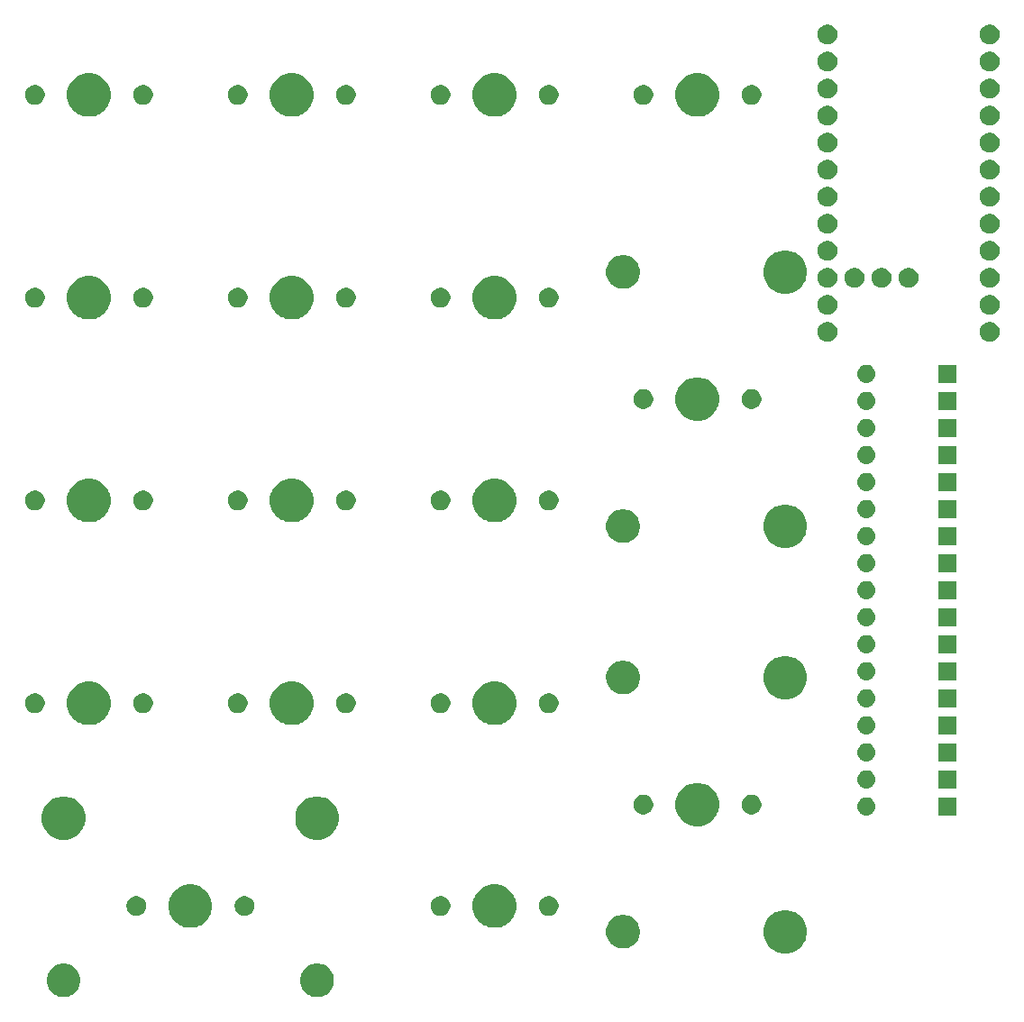
<source format=gts>
G04 #@! TF.GenerationSoftware,KiCad,Pcbnew,(5.1.4)-1*
G04 #@! TF.CreationDate,2023-04-29T19:21:49-04:00*
G04 #@! TF.ProjectId,Rev 1,52657620-312e-46b6-9963-61645f706362,rev?*
G04 #@! TF.SameCoordinates,Original*
G04 #@! TF.FileFunction,Soldermask,Top*
G04 #@! TF.FilePolarity,Negative*
%FSLAX46Y46*%
G04 Gerber Fmt 4.6, Leading zero omitted, Abs format (unit mm)*
G04 Created by KiCad (PCBNEW (5.1.4)-1) date 2023-04-29 19:21:49*
%MOMM*%
%LPD*%
G04 APERTURE LIST*
%ADD10C,0.100000*%
G04 APERTURE END LIST*
D10*
G36*
X63165661Y-122151776D02*
G01*
X63284387Y-122200954D01*
X63452291Y-122270502D01*
X63452292Y-122270503D01*
X63710254Y-122442867D01*
X63929633Y-122662246D01*
X64044803Y-122834611D01*
X64101998Y-122920209D01*
X64220724Y-123206840D01*
X64281250Y-123511125D01*
X64281250Y-123821375D01*
X64220724Y-124125660D01*
X64101998Y-124412291D01*
X64101997Y-124412292D01*
X63929633Y-124670254D01*
X63710254Y-124889633D01*
X63537889Y-125004803D01*
X63452291Y-125061998D01*
X63284387Y-125131546D01*
X63165661Y-125180724D01*
X63013517Y-125210987D01*
X62861375Y-125241250D01*
X62551125Y-125241250D01*
X62398983Y-125210987D01*
X62246839Y-125180724D01*
X62128113Y-125131546D01*
X61960209Y-125061998D01*
X61874611Y-125004803D01*
X61702246Y-124889633D01*
X61482867Y-124670254D01*
X61310503Y-124412292D01*
X61310502Y-124412291D01*
X61191776Y-124125660D01*
X61131250Y-123821375D01*
X61131250Y-123511125D01*
X61191776Y-123206840D01*
X61310502Y-122920209D01*
X61367697Y-122834611D01*
X61482867Y-122662246D01*
X61702246Y-122442867D01*
X61960208Y-122270503D01*
X61960209Y-122270502D01*
X62128113Y-122200954D01*
X62246839Y-122151776D01*
X62551125Y-122091250D01*
X62861375Y-122091250D01*
X63165661Y-122151776D01*
X63165661Y-122151776D01*
G37*
G36*
X39353161Y-122151776D02*
G01*
X39471887Y-122200954D01*
X39639791Y-122270502D01*
X39639792Y-122270503D01*
X39897754Y-122442867D01*
X40117133Y-122662246D01*
X40232303Y-122834611D01*
X40289498Y-122920209D01*
X40408224Y-123206840D01*
X40468750Y-123511125D01*
X40468750Y-123821375D01*
X40408224Y-124125660D01*
X40289498Y-124412291D01*
X40289497Y-124412292D01*
X40117133Y-124670254D01*
X39897754Y-124889633D01*
X39725389Y-125004803D01*
X39639791Y-125061998D01*
X39471887Y-125131546D01*
X39353161Y-125180724D01*
X39201017Y-125210987D01*
X39048875Y-125241250D01*
X38738625Y-125241250D01*
X38586483Y-125210987D01*
X38434339Y-125180724D01*
X38315613Y-125131546D01*
X38147709Y-125061998D01*
X38062111Y-125004803D01*
X37889746Y-124889633D01*
X37670367Y-124670254D01*
X37498003Y-124412292D01*
X37498002Y-124412291D01*
X37379276Y-124125660D01*
X37318750Y-123821375D01*
X37318750Y-123511125D01*
X37379276Y-123206840D01*
X37498002Y-122920209D01*
X37555197Y-122834611D01*
X37670367Y-122662246D01*
X37889746Y-122442867D01*
X38147708Y-122270503D01*
X38147709Y-122270502D01*
X38315613Y-122200954D01*
X38434339Y-122151776D01*
X38738625Y-122091250D01*
X39048875Y-122091250D01*
X39353161Y-122151776D01*
X39353161Y-122151776D01*
G37*
G36*
X107276474Y-117127934D02*
G01*
X107494474Y-117218233D01*
X107648623Y-117282083D01*
X107983548Y-117505873D01*
X108268377Y-117790702D01*
X108492167Y-118125627D01*
X108492167Y-118125628D01*
X108646316Y-118497776D01*
X108724900Y-118892844D01*
X108724900Y-119295656D01*
X108646316Y-119690724D01*
X108584363Y-119840291D01*
X108492167Y-120062873D01*
X108268377Y-120397798D01*
X107983548Y-120682627D01*
X107648623Y-120906417D01*
X107494474Y-120970267D01*
X107276474Y-121060566D01*
X106881406Y-121139150D01*
X106478594Y-121139150D01*
X106083526Y-121060566D01*
X105865526Y-120970267D01*
X105711377Y-120906417D01*
X105376452Y-120682627D01*
X105091623Y-120397798D01*
X104867833Y-120062873D01*
X104775637Y-119840291D01*
X104713684Y-119690724D01*
X104635100Y-119295656D01*
X104635100Y-118892844D01*
X104713684Y-118497776D01*
X104867833Y-118125628D01*
X104867833Y-118125627D01*
X105091623Y-117790702D01*
X105376452Y-117505873D01*
X105711377Y-117282083D01*
X105865526Y-117218233D01*
X106083526Y-117127934D01*
X106478594Y-117049350D01*
X106881406Y-117049350D01*
X107276474Y-117127934D01*
X107276474Y-117127934D01*
G37*
G36*
X91747267Y-117549513D02*
G01*
X91899411Y-117579776D01*
X92018137Y-117628954D01*
X92186041Y-117698502D01*
X92186042Y-117698503D01*
X92444004Y-117870867D01*
X92663383Y-118090246D01*
X92687024Y-118125628D01*
X92835748Y-118348209D01*
X92895895Y-118493417D01*
X92954474Y-118634839D01*
X92972637Y-118726150D01*
X93015000Y-118939125D01*
X93015000Y-119249375D01*
X92954474Y-119553660D01*
X92835748Y-119840291D01*
X92835747Y-119840292D01*
X92663383Y-120098254D01*
X92444004Y-120317633D01*
X92324028Y-120397798D01*
X92186041Y-120489998D01*
X92018137Y-120559546D01*
X91899411Y-120608724D01*
X91747267Y-120638987D01*
X91595125Y-120669250D01*
X91284875Y-120669250D01*
X91132733Y-120638987D01*
X90980589Y-120608724D01*
X90861863Y-120559546D01*
X90693959Y-120489998D01*
X90555972Y-120397798D01*
X90435996Y-120317633D01*
X90216617Y-120098254D01*
X90044253Y-119840292D01*
X90044252Y-119840291D01*
X89925526Y-119553660D01*
X89865000Y-119249375D01*
X89865000Y-118939125D01*
X89907363Y-118726150D01*
X89925526Y-118634839D01*
X89984105Y-118493417D01*
X90044252Y-118348209D01*
X90192976Y-118125628D01*
X90216617Y-118090246D01*
X90435996Y-117870867D01*
X90693958Y-117698503D01*
X90693959Y-117698502D01*
X90861863Y-117628954D01*
X90980589Y-117579776D01*
X91132733Y-117549513D01*
X91284875Y-117519250D01*
X91595125Y-117519250D01*
X91747267Y-117549513D01*
X91747267Y-117549513D01*
G37*
G36*
X51396474Y-114714934D02*
G01*
X51614474Y-114805233D01*
X51768623Y-114869083D01*
X52103548Y-115092873D01*
X52388377Y-115377702D01*
X52612167Y-115712627D01*
X52644562Y-115790836D01*
X52766316Y-116084776D01*
X52844900Y-116479844D01*
X52844900Y-116882656D01*
X52766316Y-117277724D01*
X52715451Y-117400522D01*
X52612167Y-117649873D01*
X52388377Y-117984798D01*
X52103548Y-118269627D01*
X51768623Y-118493417D01*
X51614474Y-118557267D01*
X51396474Y-118647566D01*
X51001406Y-118726150D01*
X50598594Y-118726150D01*
X50203526Y-118647566D01*
X49985526Y-118557267D01*
X49831377Y-118493417D01*
X49496452Y-118269627D01*
X49211623Y-117984798D01*
X48987833Y-117649873D01*
X48884549Y-117400522D01*
X48833684Y-117277724D01*
X48755100Y-116882656D01*
X48755100Y-116479844D01*
X48833684Y-116084776D01*
X48955438Y-115790836D01*
X48987833Y-115712627D01*
X49211623Y-115377702D01*
X49496452Y-115092873D01*
X49831377Y-114869083D01*
X49985526Y-114805233D01*
X50203526Y-114714934D01*
X50598594Y-114636350D01*
X51001406Y-114636350D01*
X51396474Y-114714934D01*
X51396474Y-114714934D01*
G37*
G36*
X79971474Y-114714934D02*
G01*
X80189474Y-114805233D01*
X80343623Y-114869083D01*
X80678548Y-115092873D01*
X80963377Y-115377702D01*
X81187167Y-115712627D01*
X81219562Y-115790836D01*
X81341316Y-116084776D01*
X81419900Y-116479844D01*
X81419900Y-116882656D01*
X81341316Y-117277724D01*
X81290451Y-117400522D01*
X81187167Y-117649873D01*
X80963377Y-117984798D01*
X80678548Y-118269627D01*
X80343623Y-118493417D01*
X80189474Y-118557267D01*
X79971474Y-118647566D01*
X79576406Y-118726150D01*
X79173594Y-118726150D01*
X78778526Y-118647566D01*
X78560526Y-118557267D01*
X78406377Y-118493417D01*
X78071452Y-118269627D01*
X77786623Y-117984798D01*
X77562833Y-117649873D01*
X77459549Y-117400522D01*
X77408684Y-117277724D01*
X77330100Y-116882656D01*
X77330100Y-116479844D01*
X77408684Y-116084776D01*
X77530438Y-115790836D01*
X77562833Y-115712627D01*
X77786623Y-115377702D01*
X78071452Y-115092873D01*
X78406377Y-114869083D01*
X78560526Y-114805233D01*
X78778526Y-114714934D01*
X79173594Y-114636350D01*
X79576406Y-114636350D01*
X79971474Y-114714934D01*
X79971474Y-114714934D01*
G37*
G36*
X45990104Y-115790835D02*
G01*
X46158626Y-115860639D01*
X46310291Y-115961978D01*
X46439272Y-116090959D01*
X46540611Y-116242624D01*
X46610415Y-116411146D01*
X46646000Y-116590047D01*
X46646000Y-116772453D01*
X46610415Y-116951354D01*
X46540611Y-117119876D01*
X46439272Y-117271541D01*
X46310291Y-117400522D01*
X46158626Y-117501861D01*
X45990104Y-117571665D01*
X45811203Y-117607250D01*
X45628797Y-117607250D01*
X45449896Y-117571665D01*
X45281374Y-117501861D01*
X45129709Y-117400522D01*
X45000728Y-117271541D01*
X44899389Y-117119876D01*
X44829585Y-116951354D01*
X44794000Y-116772453D01*
X44794000Y-116590047D01*
X44829585Y-116411146D01*
X44899389Y-116242624D01*
X45000728Y-116090959D01*
X45129709Y-115961978D01*
X45281374Y-115860639D01*
X45449896Y-115790835D01*
X45628797Y-115755250D01*
X45811203Y-115755250D01*
X45990104Y-115790835D01*
X45990104Y-115790835D01*
G37*
G36*
X56150104Y-115790835D02*
G01*
X56318626Y-115860639D01*
X56470291Y-115961978D01*
X56599272Y-116090959D01*
X56700611Y-116242624D01*
X56770415Y-116411146D01*
X56806000Y-116590047D01*
X56806000Y-116772453D01*
X56770415Y-116951354D01*
X56700611Y-117119876D01*
X56599272Y-117271541D01*
X56470291Y-117400522D01*
X56318626Y-117501861D01*
X56150104Y-117571665D01*
X55971203Y-117607250D01*
X55788797Y-117607250D01*
X55609896Y-117571665D01*
X55441374Y-117501861D01*
X55289709Y-117400522D01*
X55160728Y-117271541D01*
X55059389Y-117119876D01*
X54989585Y-116951354D01*
X54954000Y-116772453D01*
X54954000Y-116590047D01*
X54989585Y-116411146D01*
X55059389Y-116242624D01*
X55160728Y-116090959D01*
X55289709Y-115961978D01*
X55441374Y-115860639D01*
X55609896Y-115790835D01*
X55788797Y-115755250D01*
X55971203Y-115755250D01*
X56150104Y-115790835D01*
X56150104Y-115790835D01*
G37*
G36*
X74565104Y-115790835D02*
G01*
X74733626Y-115860639D01*
X74885291Y-115961978D01*
X75014272Y-116090959D01*
X75115611Y-116242624D01*
X75185415Y-116411146D01*
X75221000Y-116590047D01*
X75221000Y-116772453D01*
X75185415Y-116951354D01*
X75115611Y-117119876D01*
X75014272Y-117271541D01*
X74885291Y-117400522D01*
X74733626Y-117501861D01*
X74565104Y-117571665D01*
X74386203Y-117607250D01*
X74203797Y-117607250D01*
X74024896Y-117571665D01*
X73856374Y-117501861D01*
X73704709Y-117400522D01*
X73575728Y-117271541D01*
X73474389Y-117119876D01*
X73404585Y-116951354D01*
X73369000Y-116772453D01*
X73369000Y-116590047D01*
X73404585Y-116411146D01*
X73474389Y-116242624D01*
X73575728Y-116090959D01*
X73704709Y-115961978D01*
X73856374Y-115860639D01*
X74024896Y-115790835D01*
X74203797Y-115755250D01*
X74386203Y-115755250D01*
X74565104Y-115790835D01*
X74565104Y-115790835D01*
G37*
G36*
X84725104Y-115790835D02*
G01*
X84893626Y-115860639D01*
X85045291Y-115961978D01*
X85174272Y-116090959D01*
X85275611Y-116242624D01*
X85345415Y-116411146D01*
X85381000Y-116590047D01*
X85381000Y-116772453D01*
X85345415Y-116951354D01*
X85275611Y-117119876D01*
X85174272Y-117271541D01*
X85045291Y-117400522D01*
X84893626Y-117501861D01*
X84725104Y-117571665D01*
X84546203Y-117607250D01*
X84363797Y-117607250D01*
X84184896Y-117571665D01*
X84016374Y-117501861D01*
X83864709Y-117400522D01*
X83735728Y-117271541D01*
X83634389Y-117119876D01*
X83564585Y-116951354D01*
X83529000Y-116772453D01*
X83529000Y-116590047D01*
X83564585Y-116411146D01*
X83634389Y-116242624D01*
X83735728Y-116090959D01*
X83864709Y-115961978D01*
X84016374Y-115860639D01*
X84184896Y-115790835D01*
X84363797Y-115755250D01*
X84546203Y-115755250D01*
X84725104Y-115790835D01*
X84725104Y-115790835D01*
G37*
G36*
X63302724Y-106459934D02*
G01*
X63459749Y-106524976D01*
X63674873Y-106614083D01*
X64009798Y-106837873D01*
X64294627Y-107122702D01*
X64518417Y-107457627D01*
X64518417Y-107457628D01*
X64672566Y-107829776D01*
X64751150Y-108224844D01*
X64751150Y-108627656D01*
X64672566Y-109022724D01*
X64631210Y-109122565D01*
X64518417Y-109394873D01*
X64294627Y-109729798D01*
X64009798Y-110014627D01*
X63674873Y-110238417D01*
X63520724Y-110302267D01*
X63302724Y-110392566D01*
X62907656Y-110471150D01*
X62504844Y-110471150D01*
X62109776Y-110392566D01*
X61891776Y-110302267D01*
X61737627Y-110238417D01*
X61402702Y-110014627D01*
X61117873Y-109729798D01*
X60894083Y-109394873D01*
X60781290Y-109122565D01*
X60739934Y-109022724D01*
X60661350Y-108627656D01*
X60661350Y-108224844D01*
X60739934Y-107829776D01*
X60894083Y-107457628D01*
X60894083Y-107457627D01*
X61117873Y-107122702D01*
X61402702Y-106837873D01*
X61737627Y-106614083D01*
X61952751Y-106524976D01*
X62109776Y-106459934D01*
X62504844Y-106381350D01*
X62907656Y-106381350D01*
X63302724Y-106459934D01*
X63302724Y-106459934D01*
G37*
G36*
X39490224Y-106459934D02*
G01*
X39647249Y-106524976D01*
X39862373Y-106614083D01*
X40197298Y-106837873D01*
X40482127Y-107122702D01*
X40705917Y-107457627D01*
X40705917Y-107457628D01*
X40860066Y-107829776D01*
X40938650Y-108224844D01*
X40938650Y-108627656D01*
X40860066Y-109022724D01*
X40818710Y-109122565D01*
X40705917Y-109394873D01*
X40482127Y-109729798D01*
X40197298Y-110014627D01*
X39862373Y-110238417D01*
X39708224Y-110302267D01*
X39490224Y-110392566D01*
X39095156Y-110471150D01*
X38692344Y-110471150D01*
X38297276Y-110392566D01*
X38079276Y-110302267D01*
X37925127Y-110238417D01*
X37590202Y-110014627D01*
X37305373Y-109729798D01*
X37081583Y-109394873D01*
X36968790Y-109122565D01*
X36927434Y-109022724D01*
X36848850Y-108627656D01*
X36848850Y-108224844D01*
X36927434Y-107829776D01*
X37081583Y-107457628D01*
X37081583Y-107457627D01*
X37305373Y-107122702D01*
X37590202Y-106837873D01*
X37925127Y-106614083D01*
X38140251Y-106524976D01*
X38297276Y-106459934D01*
X38692344Y-106381350D01*
X39095156Y-106381350D01*
X39490224Y-106459934D01*
X39490224Y-106459934D01*
G37*
G36*
X99021474Y-105189934D02*
G01*
X99166669Y-105250076D01*
X99393623Y-105344083D01*
X99728548Y-105567873D01*
X100013377Y-105852702D01*
X100237167Y-106187627D01*
X100269562Y-106265836D01*
X100391316Y-106559776D01*
X100469900Y-106954844D01*
X100469900Y-107357656D01*
X100391316Y-107752724D01*
X100340451Y-107875522D01*
X100237167Y-108124873D01*
X100013377Y-108459798D01*
X99728548Y-108744627D01*
X99393623Y-108968417D01*
X99262514Y-109022724D01*
X99021474Y-109122566D01*
X98626406Y-109201150D01*
X98223594Y-109201150D01*
X97828526Y-109122566D01*
X97587486Y-109022724D01*
X97456377Y-108968417D01*
X97121452Y-108744627D01*
X96836623Y-108459798D01*
X96612833Y-108124873D01*
X96509549Y-107875522D01*
X96458684Y-107752724D01*
X96380100Y-107357656D01*
X96380100Y-106954844D01*
X96458684Y-106559776D01*
X96580438Y-106265836D01*
X96612833Y-106187627D01*
X96836623Y-105852702D01*
X97121452Y-105567873D01*
X97456377Y-105344083D01*
X97683331Y-105250076D01*
X97828526Y-105189934D01*
X98223594Y-105111350D01*
X98626406Y-105111350D01*
X99021474Y-105189934D01*
X99021474Y-105189934D01*
G37*
G36*
X114466823Y-106476313D02*
G01*
X114627242Y-106524976D01*
X114759906Y-106595886D01*
X114775078Y-106603996D01*
X114904659Y-106710341D01*
X115011004Y-106839922D01*
X115011005Y-106839924D01*
X115090024Y-106987758D01*
X115138687Y-107148177D01*
X115155117Y-107315000D01*
X115138687Y-107481823D01*
X115090024Y-107642242D01*
X115019114Y-107774906D01*
X115011004Y-107790078D01*
X114904659Y-107919659D01*
X114775078Y-108026004D01*
X114775076Y-108026005D01*
X114627242Y-108105024D01*
X114466823Y-108153687D01*
X114341804Y-108166000D01*
X114258196Y-108166000D01*
X114133177Y-108153687D01*
X113972758Y-108105024D01*
X113824924Y-108026005D01*
X113824922Y-108026004D01*
X113695341Y-107919659D01*
X113588996Y-107790078D01*
X113580886Y-107774906D01*
X113509976Y-107642242D01*
X113461313Y-107481823D01*
X113444883Y-107315000D01*
X113461313Y-107148177D01*
X113509976Y-106987758D01*
X113588995Y-106839924D01*
X113588996Y-106839922D01*
X113695341Y-106710341D01*
X113824922Y-106603996D01*
X113840094Y-106595886D01*
X113972758Y-106524976D01*
X114133177Y-106476313D01*
X114258196Y-106464000D01*
X114341804Y-106464000D01*
X114466823Y-106476313D01*
X114466823Y-106476313D01*
G37*
G36*
X122771000Y-108166000D02*
G01*
X121069000Y-108166000D01*
X121069000Y-106464000D01*
X122771000Y-106464000D01*
X122771000Y-108166000D01*
X122771000Y-108166000D01*
G37*
G36*
X93615104Y-106265835D02*
G01*
X93783626Y-106335639D01*
X93935291Y-106436978D01*
X94064272Y-106565959D01*
X94165611Y-106717624D01*
X94235415Y-106886146D01*
X94271000Y-107065047D01*
X94271000Y-107247453D01*
X94235415Y-107426354D01*
X94165611Y-107594876D01*
X94064272Y-107746541D01*
X93935291Y-107875522D01*
X93783626Y-107976861D01*
X93615104Y-108046665D01*
X93436203Y-108082250D01*
X93253797Y-108082250D01*
X93074896Y-108046665D01*
X92906374Y-107976861D01*
X92754709Y-107875522D01*
X92625728Y-107746541D01*
X92524389Y-107594876D01*
X92454585Y-107426354D01*
X92419000Y-107247453D01*
X92419000Y-107065047D01*
X92454585Y-106886146D01*
X92524389Y-106717624D01*
X92625728Y-106565959D01*
X92754709Y-106436978D01*
X92906374Y-106335639D01*
X93074896Y-106265835D01*
X93253797Y-106230250D01*
X93436203Y-106230250D01*
X93615104Y-106265835D01*
X93615104Y-106265835D01*
G37*
G36*
X103775104Y-106265835D02*
G01*
X103943626Y-106335639D01*
X104095291Y-106436978D01*
X104224272Y-106565959D01*
X104325611Y-106717624D01*
X104395415Y-106886146D01*
X104431000Y-107065047D01*
X104431000Y-107247453D01*
X104395415Y-107426354D01*
X104325611Y-107594876D01*
X104224272Y-107746541D01*
X104095291Y-107875522D01*
X103943626Y-107976861D01*
X103775104Y-108046665D01*
X103596203Y-108082250D01*
X103413797Y-108082250D01*
X103234896Y-108046665D01*
X103066374Y-107976861D01*
X102914709Y-107875522D01*
X102785728Y-107746541D01*
X102684389Y-107594876D01*
X102614585Y-107426354D01*
X102579000Y-107247453D01*
X102579000Y-107065047D01*
X102614585Y-106886146D01*
X102684389Y-106717624D01*
X102785728Y-106565959D01*
X102914709Y-106436978D01*
X103066374Y-106335639D01*
X103234896Y-106265835D01*
X103413797Y-106230250D01*
X103596203Y-106230250D01*
X103775104Y-106265835D01*
X103775104Y-106265835D01*
G37*
G36*
X122771000Y-105626000D02*
G01*
X121069000Y-105626000D01*
X121069000Y-103924000D01*
X122771000Y-103924000D01*
X122771000Y-105626000D01*
X122771000Y-105626000D01*
G37*
G36*
X114466823Y-103936313D02*
G01*
X114627242Y-103984976D01*
X114759906Y-104055886D01*
X114775078Y-104063996D01*
X114904659Y-104170341D01*
X115011004Y-104299922D01*
X115011005Y-104299924D01*
X115090024Y-104447758D01*
X115138687Y-104608177D01*
X115155117Y-104775000D01*
X115138687Y-104941823D01*
X115090024Y-105102242D01*
X115043151Y-105189935D01*
X115011004Y-105250078D01*
X114904659Y-105379659D01*
X114775078Y-105486004D01*
X114775076Y-105486005D01*
X114627242Y-105565024D01*
X114466823Y-105613687D01*
X114341804Y-105626000D01*
X114258196Y-105626000D01*
X114133177Y-105613687D01*
X113972758Y-105565024D01*
X113824924Y-105486005D01*
X113824922Y-105486004D01*
X113695341Y-105379659D01*
X113588996Y-105250078D01*
X113556849Y-105189935D01*
X113509976Y-105102242D01*
X113461313Y-104941823D01*
X113444883Y-104775000D01*
X113461313Y-104608177D01*
X113509976Y-104447758D01*
X113588995Y-104299924D01*
X113588996Y-104299922D01*
X113695341Y-104170341D01*
X113824922Y-104063996D01*
X113840094Y-104055886D01*
X113972758Y-103984976D01*
X114133177Y-103936313D01*
X114258196Y-103924000D01*
X114341804Y-103924000D01*
X114466823Y-103936313D01*
X114466823Y-103936313D01*
G37*
G36*
X114466823Y-101396313D02*
G01*
X114627242Y-101444976D01*
X114759906Y-101515886D01*
X114775078Y-101523996D01*
X114904659Y-101630341D01*
X115011004Y-101759922D01*
X115011005Y-101759924D01*
X115090024Y-101907758D01*
X115138687Y-102068177D01*
X115155117Y-102235000D01*
X115138687Y-102401823D01*
X115090024Y-102562242D01*
X115019114Y-102694906D01*
X115011004Y-102710078D01*
X114904659Y-102839659D01*
X114775078Y-102946004D01*
X114775076Y-102946005D01*
X114627242Y-103025024D01*
X114466823Y-103073687D01*
X114341804Y-103086000D01*
X114258196Y-103086000D01*
X114133177Y-103073687D01*
X113972758Y-103025024D01*
X113824924Y-102946005D01*
X113824922Y-102946004D01*
X113695341Y-102839659D01*
X113588996Y-102710078D01*
X113580886Y-102694906D01*
X113509976Y-102562242D01*
X113461313Y-102401823D01*
X113444883Y-102235000D01*
X113461313Y-102068177D01*
X113509976Y-101907758D01*
X113588995Y-101759924D01*
X113588996Y-101759922D01*
X113695341Y-101630341D01*
X113824922Y-101523996D01*
X113840094Y-101515886D01*
X113972758Y-101444976D01*
X114133177Y-101396313D01*
X114258196Y-101384000D01*
X114341804Y-101384000D01*
X114466823Y-101396313D01*
X114466823Y-101396313D01*
G37*
G36*
X122771000Y-103086000D02*
G01*
X121069000Y-103086000D01*
X121069000Y-101384000D01*
X122771000Y-101384000D01*
X122771000Y-103086000D01*
X122771000Y-103086000D01*
G37*
G36*
X122771000Y-100546000D02*
G01*
X121069000Y-100546000D01*
X121069000Y-98844000D01*
X122771000Y-98844000D01*
X122771000Y-100546000D01*
X122771000Y-100546000D01*
G37*
G36*
X114466823Y-98856313D02*
G01*
X114627242Y-98904976D01*
X114759906Y-98975886D01*
X114775078Y-98983996D01*
X114904659Y-99090341D01*
X115011004Y-99219922D01*
X115011005Y-99219924D01*
X115090024Y-99367758D01*
X115138687Y-99528177D01*
X115155117Y-99695000D01*
X115138687Y-99861823D01*
X115090024Y-100022242D01*
X115019114Y-100154906D01*
X115011004Y-100170078D01*
X114904659Y-100299659D01*
X114775078Y-100406004D01*
X114775076Y-100406005D01*
X114627242Y-100485024D01*
X114466823Y-100533687D01*
X114341804Y-100546000D01*
X114258196Y-100546000D01*
X114133177Y-100533687D01*
X113972758Y-100485024D01*
X113824924Y-100406005D01*
X113824922Y-100406004D01*
X113695341Y-100299659D01*
X113588996Y-100170078D01*
X113580886Y-100154906D01*
X113509976Y-100022242D01*
X113461313Y-99861823D01*
X113444883Y-99695000D01*
X113461313Y-99528177D01*
X113509976Y-99367758D01*
X113588995Y-99219924D01*
X113588996Y-99219922D01*
X113695341Y-99090341D01*
X113824922Y-98983996D01*
X113840094Y-98975886D01*
X113972758Y-98904976D01*
X114133177Y-98856313D01*
X114258196Y-98844000D01*
X114341804Y-98844000D01*
X114466823Y-98856313D01*
X114466823Y-98856313D01*
G37*
G36*
X41871474Y-95664934D02*
G01*
X42089474Y-95755233D01*
X42243623Y-95819083D01*
X42578548Y-96042873D01*
X42863377Y-96327702D01*
X43087167Y-96662627D01*
X43146813Y-96806627D01*
X43241316Y-97034776D01*
X43319900Y-97429844D01*
X43319900Y-97832656D01*
X43241316Y-98227724D01*
X43190451Y-98350522D01*
X43087167Y-98599873D01*
X42863377Y-98934798D01*
X42578548Y-99219627D01*
X42243623Y-99443417D01*
X42089474Y-99507267D01*
X41871474Y-99597566D01*
X41476406Y-99676150D01*
X41073594Y-99676150D01*
X40678526Y-99597566D01*
X40460526Y-99507267D01*
X40306377Y-99443417D01*
X39971452Y-99219627D01*
X39686623Y-98934798D01*
X39462833Y-98599873D01*
X39359549Y-98350522D01*
X39308684Y-98227724D01*
X39230100Y-97832656D01*
X39230100Y-97429844D01*
X39308684Y-97034776D01*
X39403187Y-96806627D01*
X39462833Y-96662627D01*
X39686623Y-96327702D01*
X39971452Y-96042873D01*
X40306377Y-95819083D01*
X40460526Y-95755233D01*
X40678526Y-95664934D01*
X41073594Y-95586350D01*
X41476406Y-95586350D01*
X41871474Y-95664934D01*
X41871474Y-95664934D01*
G37*
G36*
X79971474Y-95664934D02*
G01*
X80189474Y-95755233D01*
X80343623Y-95819083D01*
X80678548Y-96042873D01*
X80963377Y-96327702D01*
X81187167Y-96662627D01*
X81246813Y-96806627D01*
X81341316Y-97034776D01*
X81419900Y-97429844D01*
X81419900Y-97832656D01*
X81341316Y-98227724D01*
X81290451Y-98350522D01*
X81187167Y-98599873D01*
X80963377Y-98934798D01*
X80678548Y-99219627D01*
X80343623Y-99443417D01*
X80189474Y-99507267D01*
X79971474Y-99597566D01*
X79576406Y-99676150D01*
X79173594Y-99676150D01*
X78778526Y-99597566D01*
X78560526Y-99507267D01*
X78406377Y-99443417D01*
X78071452Y-99219627D01*
X77786623Y-98934798D01*
X77562833Y-98599873D01*
X77459549Y-98350522D01*
X77408684Y-98227724D01*
X77330100Y-97832656D01*
X77330100Y-97429844D01*
X77408684Y-97034776D01*
X77503187Y-96806627D01*
X77562833Y-96662627D01*
X77786623Y-96327702D01*
X78071452Y-96042873D01*
X78406377Y-95819083D01*
X78560526Y-95755233D01*
X78778526Y-95664934D01*
X79173594Y-95586350D01*
X79576406Y-95586350D01*
X79971474Y-95664934D01*
X79971474Y-95664934D01*
G37*
G36*
X60921474Y-95664934D02*
G01*
X61139474Y-95755233D01*
X61293623Y-95819083D01*
X61628548Y-96042873D01*
X61913377Y-96327702D01*
X62137167Y-96662627D01*
X62196813Y-96806627D01*
X62291316Y-97034776D01*
X62369900Y-97429844D01*
X62369900Y-97832656D01*
X62291316Y-98227724D01*
X62240451Y-98350522D01*
X62137167Y-98599873D01*
X61913377Y-98934798D01*
X61628548Y-99219627D01*
X61293623Y-99443417D01*
X61139474Y-99507267D01*
X60921474Y-99597566D01*
X60526406Y-99676150D01*
X60123594Y-99676150D01*
X59728526Y-99597566D01*
X59510526Y-99507267D01*
X59356377Y-99443417D01*
X59021452Y-99219627D01*
X58736623Y-98934798D01*
X58512833Y-98599873D01*
X58409549Y-98350522D01*
X58358684Y-98227724D01*
X58280100Y-97832656D01*
X58280100Y-97429844D01*
X58358684Y-97034776D01*
X58453187Y-96806627D01*
X58512833Y-96662627D01*
X58736623Y-96327702D01*
X59021452Y-96042873D01*
X59356377Y-95819083D01*
X59510526Y-95755233D01*
X59728526Y-95664934D01*
X60123594Y-95586350D01*
X60526406Y-95586350D01*
X60921474Y-95664934D01*
X60921474Y-95664934D01*
G37*
G36*
X36465104Y-96740835D02*
G01*
X36633626Y-96810639D01*
X36785291Y-96911978D01*
X36914272Y-97040959D01*
X37015611Y-97192624D01*
X37085415Y-97361146D01*
X37121000Y-97540047D01*
X37121000Y-97722453D01*
X37085415Y-97901354D01*
X37015611Y-98069876D01*
X36914272Y-98221541D01*
X36785291Y-98350522D01*
X36633626Y-98451861D01*
X36465104Y-98521665D01*
X36286203Y-98557250D01*
X36103797Y-98557250D01*
X35924896Y-98521665D01*
X35756374Y-98451861D01*
X35604709Y-98350522D01*
X35475728Y-98221541D01*
X35374389Y-98069876D01*
X35304585Y-97901354D01*
X35269000Y-97722453D01*
X35269000Y-97540047D01*
X35304585Y-97361146D01*
X35374389Y-97192624D01*
X35475728Y-97040959D01*
X35604709Y-96911978D01*
X35756374Y-96810639D01*
X35924896Y-96740835D01*
X36103797Y-96705250D01*
X36286203Y-96705250D01*
X36465104Y-96740835D01*
X36465104Y-96740835D01*
G37*
G36*
X65675104Y-96740835D02*
G01*
X65843626Y-96810639D01*
X65995291Y-96911978D01*
X66124272Y-97040959D01*
X66225611Y-97192624D01*
X66295415Y-97361146D01*
X66331000Y-97540047D01*
X66331000Y-97722453D01*
X66295415Y-97901354D01*
X66225611Y-98069876D01*
X66124272Y-98221541D01*
X65995291Y-98350522D01*
X65843626Y-98451861D01*
X65675104Y-98521665D01*
X65496203Y-98557250D01*
X65313797Y-98557250D01*
X65134896Y-98521665D01*
X64966374Y-98451861D01*
X64814709Y-98350522D01*
X64685728Y-98221541D01*
X64584389Y-98069876D01*
X64514585Y-97901354D01*
X64479000Y-97722453D01*
X64479000Y-97540047D01*
X64514585Y-97361146D01*
X64584389Y-97192624D01*
X64685728Y-97040959D01*
X64814709Y-96911978D01*
X64966374Y-96810639D01*
X65134896Y-96740835D01*
X65313797Y-96705250D01*
X65496203Y-96705250D01*
X65675104Y-96740835D01*
X65675104Y-96740835D01*
G37*
G36*
X55515104Y-96740835D02*
G01*
X55683626Y-96810639D01*
X55835291Y-96911978D01*
X55964272Y-97040959D01*
X56065611Y-97192624D01*
X56135415Y-97361146D01*
X56171000Y-97540047D01*
X56171000Y-97722453D01*
X56135415Y-97901354D01*
X56065611Y-98069876D01*
X55964272Y-98221541D01*
X55835291Y-98350522D01*
X55683626Y-98451861D01*
X55515104Y-98521665D01*
X55336203Y-98557250D01*
X55153797Y-98557250D01*
X54974896Y-98521665D01*
X54806374Y-98451861D01*
X54654709Y-98350522D01*
X54525728Y-98221541D01*
X54424389Y-98069876D01*
X54354585Y-97901354D01*
X54319000Y-97722453D01*
X54319000Y-97540047D01*
X54354585Y-97361146D01*
X54424389Y-97192624D01*
X54525728Y-97040959D01*
X54654709Y-96911978D01*
X54806374Y-96810639D01*
X54974896Y-96740835D01*
X55153797Y-96705250D01*
X55336203Y-96705250D01*
X55515104Y-96740835D01*
X55515104Y-96740835D01*
G37*
G36*
X84725104Y-96740835D02*
G01*
X84893626Y-96810639D01*
X85045291Y-96911978D01*
X85174272Y-97040959D01*
X85275611Y-97192624D01*
X85345415Y-97361146D01*
X85381000Y-97540047D01*
X85381000Y-97722453D01*
X85345415Y-97901354D01*
X85275611Y-98069876D01*
X85174272Y-98221541D01*
X85045291Y-98350522D01*
X84893626Y-98451861D01*
X84725104Y-98521665D01*
X84546203Y-98557250D01*
X84363797Y-98557250D01*
X84184896Y-98521665D01*
X84016374Y-98451861D01*
X83864709Y-98350522D01*
X83735728Y-98221541D01*
X83634389Y-98069876D01*
X83564585Y-97901354D01*
X83529000Y-97722453D01*
X83529000Y-97540047D01*
X83564585Y-97361146D01*
X83634389Y-97192624D01*
X83735728Y-97040959D01*
X83864709Y-96911978D01*
X84016374Y-96810639D01*
X84184896Y-96740835D01*
X84363797Y-96705250D01*
X84546203Y-96705250D01*
X84725104Y-96740835D01*
X84725104Y-96740835D01*
G37*
G36*
X74565104Y-96740835D02*
G01*
X74733626Y-96810639D01*
X74885291Y-96911978D01*
X75014272Y-97040959D01*
X75115611Y-97192624D01*
X75185415Y-97361146D01*
X75221000Y-97540047D01*
X75221000Y-97722453D01*
X75185415Y-97901354D01*
X75115611Y-98069876D01*
X75014272Y-98221541D01*
X74885291Y-98350522D01*
X74733626Y-98451861D01*
X74565104Y-98521665D01*
X74386203Y-98557250D01*
X74203797Y-98557250D01*
X74024896Y-98521665D01*
X73856374Y-98451861D01*
X73704709Y-98350522D01*
X73575728Y-98221541D01*
X73474389Y-98069876D01*
X73404585Y-97901354D01*
X73369000Y-97722453D01*
X73369000Y-97540047D01*
X73404585Y-97361146D01*
X73474389Y-97192624D01*
X73575728Y-97040959D01*
X73704709Y-96911978D01*
X73856374Y-96810639D01*
X74024896Y-96740835D01*
X74203797Y-96705250D01*
X74386203Y-96705250D01*
X74565104Y-96740835D01*
X74565104Y-96740835D01*
G37*
G36*
X46625104Y-96740835D02*
G01*
X46793626Y-96810639D01*
X46945291Y-96911978D01*
X47074272Y-97040959D01*
X47175611Y-97192624D01*
X47245415Y-97361146D01*
X47281000Y-97540047D01*
X47281000Y-97722453D01*
X47245415Y-97901354D01*
X47175611Y-98069876D01*
X47074272Y-98221541D01*
X46945291Y-98350522D01*
X46793626Y-98451861D01*
X46625104Y-98521665D01*
X46446203Y-98557250D01*
X46263797Y-98557250D01*
X46084896Y-98521665D01*
X45916374Y-98451861D01*
X45764709Y-98350522D01*
X45635728Y-98221541D01*
X45534389Y-98069876D01*
X45464585Y-97901354D01*
X45429000Y-97722453D01*
X45429000Y-97540047D01*
X45464585Y-97361146D01*
X45534389Y-97192624D01*
X45635728Y-97040959D01*
X45764709Y-96911978D01*
X45916374Y-96810639D01*
X46084896Y-96740835D01*
X46263797Y-96705250D01*
X46446203Y-96705250D01*
X46625104Y-96740835D01*
X46625104Y-96740835D01*
G37*
G36*
X114466823Y-96316313D02*
G01*
X114627242Y-96364976D01*
X114759906Y-96435886D01*
X114775078Y-96443996D01*
X114904659Y-96550341D01*
X115011004Y-96679922D01*
X115011005Y-96679924D01*
X115090024Y-96827758D01*
X115138687Y-96988177D01*
X115155117Y-97155000D01*
X115138687Y-97321823D01*
X115090024Y-97482242D01*
X115019114Y-97614906D01*
X115011004Y-97630078D01*
X114904659Y-97759659D01*
X114775078Y-97866004D01*
X114775076Y-97866005D01*
X114627242Y-97945024D01*
X114466823Y-97993687D01*
X114341804Y-98006000D01*
X114258196Y-98006000D01*
X114133177Y-97993687D01*
X113972758Y-97945024D01*
X113824924Y-97866005D01*
X113824922Y-97866004D01*
X113695341Y-97759659D01*
X113588996Y-97630078D01*
X113580886Y-97614906D01*
X113509976Y-97482242D01*
X113461313Y-97321823D01*
X113444883Y-97155000D01*
X113461313Y-96988177D01*
X113509976Y-96827758D01*
X113588995Y-96679924D01*
X113588996Y-96679922D01*
X113695341Y-96550341D01*
X113824922Y-96443996D01*
X113840094Y-96435886D01*
X113972758Y-96364976D01*
X114133177Y-96316313D01*
X114258196Y-96304000D01*
X114341804Y-96304000D01*
X114466823Y-96316313D01*
X114466823Y-96316313D01*
G37*
G36*
X122771000Y-98006000D02*
G01*
X121069000Y-98006000D01*
X121069000Y-96304000D01*
X122771000Y-96304000D01*
X122771000Y-98006000D01*
X122771000Y-98006000D01*
G37*
G36*
X107276474Y-93251934D02*
G01*
X107494474Y-93342233D01*
X107648623Y-93406083D01*
X107983548Y-93629873D01*
X108268377Y-93914702D01*
X108492167Y-94249627D01*
X108556017Y-94403776D01*
X108646316Y-94621776D01*
X108724900Y-95016844D01*
X108724900Y-95419656D01*
X108646316Y-95814724D01*
X108644510Y-95819083D01*
X108492167Y-96186873D01*
X108268377Y-96521798D01*
X107983548Y-96806627D01*
X107648623Y-97030417D01*
X107494474Y-97094267D01*
X107276474Y-97184566D01*
X106881406Y-97263150D01*
X106478594Y-97263150D01*
X106083526Y-97184566D01*
X105865526Y-97094267D01*
X105711377Y-97030417D01*
X105376452Y-96806627D01*
X105091623Y-96521798D01*
X104867833Y-96186873D01*
X104715490Y-95819083D01*
X104713684Y-95814724D01*
X104635100Y-95419656D01*
X104635100Y-95016844D01*
X104713684Y-94621776D01*
X104803983Y-94403776D01*
X104867833Y-94249627D01*
X105091623Y-93914702D01*
X105376452Y-93629873D01*
X105711377Y-93406083D01*
X105865526Y-93342233D01*
X106083526Y-93251934D01*
X106478594Y-93173350D01*
X106881406Y-93173350D01*
X107276474Y-93251934D01*
X107276474Y-93251934D01*
G37*
G36*
X91747267Y-93673513D02*
G01*
X91899411Y-93703776D01*
X92018137Y-93752954D01*
X92186041Y-93822502D01*
X92271639Y-93879697D01*
X92444004Y-93994867D01*
X92663383Y-94214246D01*
X92687024Y-94249628D01*
X92835748Y-94472209D01*
X92954474Y-94758840D01*
X93015000Y-95063125D01*
X93015000Y-95373375D01*
X93008704Y-95405025D01*
X92957006Y-95664934D01*
X92954474Y-95677660D01*
X92835748Y-95964291D01*
X92835747Y-95964292D01*
X92663383Y-96222254D01*
X92444004Y-96441633D01*
X92324028Y-96521798D01*
X92186041Y-96613998D01*
X92068637Y-96662628D01*
X91899411Y-96732724D01*
X91595125Y-96793250D01*
X91284875Y-96793250D01*
X90980589Y-96732724D01*
X90811363Y-96662628D01*
X90693959Y-96613998D01*
X90555972Y-96521798D01*
X90435996Y-96441633D01*
X90216617Y-96222254D01*
X90044253Y-95964292D01*
X90044252Y-95964291D01*
X89925526Y-95677660D01*
X89922995Y-95664934D01*
X89871296Y-95405025D01*
X89865000Y-95373375D01*
X89865000Y-95063125D01*
X89925526Y-94758840D01*
X90044252Y-94472209D01*
X90192976Y-94249628D01*
X90216617Y-94214246D01*
X90435996Y-93994867D01*
X90608361Y-93879697D01*
X90693959Y-93822502D01*
X90861863Y-93752954D01*
X90980589Y-93703776D01*
X91284875Y-93643250D01*
X91595125Y-93643250D01*
X91747267Y-93673513D01*
X91747267Y-93673513D01*
G37*
G36*
X122771000Y-95466000D02*
G01*
X121069000Y-95466000D01*
X121069000Y-93764000D01*
X122771000Y-93764000D01*
X122771000Y-95466000D01*
X122771000Y-95466000D01*
G37*
G36*
X114466823Y-93776313D02*
G01*
X114597380Y-93815917D01*
X114619087Y-93822502D01*
X114627242Y-93824976D01*
X114759906Y-93895886D01*
X114775078Y-93903996D01*
X114904659Y-94010341D01*
X115011004Y-94139922D01*
X115011005Y-94139924D01*
X115090024Y-94287758D01*
X115138687Y-94448177D01*
X115155117Y-94615000D01*
X115138687Y-94781823D01*
X115090024Y-94942242D01*
X115050148Y-95016844D01*
X115011004Y-95090078D01*
X114904659Y-95219659D01*
X114775078Y-95326004D01*
X114775076Y-95326005D01*
X114627242Y-95405024D01*
X114466823Y-95453687D01*
X114341804Y-95466000D01*
X114258196Y-95466000D01*
X114133177Y-95453687D01*
X113972758Y-95405024D01*
X113824924Y-95326005D01*
X113824922Y-95326004D01*
X113695341Y-95219659D01*
X113588996Y-95090078D01*
X113549852Y-95016844D01*
X113509976Y-94942242D01*
X113461313Y-94781823D01*
X113444883Y-94615000D01*
X113461313Y-94448177D01*
X113509976Y-94287758D01*
X113588995Y-94139924D01*
X113588996Y-94139922D01*
X113695341Y-94010341D01*
X113824922Y-93903996D01*
X113840094Y-93895886D01*
X113972758Y-93824976D01*
X113980914Y-93822502D01*
X114002620Y-93815917D01*
X114133177Y-93776313D01*
X114258196Y-93764000D01*
X114341804Y-93764000D01*
X114466823Y-93776313D01*
X114466823Y-93776313D01*
G37*
G36*
X114466823Y-91236313D02*
G01*
X114627242Y-91284976D01*
X114759906Y-91355886D01*
X114775078Y-91363996D01*
X114904659Y-91470341D01*
X115011004Y-91599922D01*
X115011005Y-91599924D01*
X115090024Y-91747758D01*
X115138687Y-91908177D01*
X115155117Y-92075000D01*
X115138687Y-92241823D01*
X115090024Y-92402242D01*
X115019114Y-92534906D01*
X115011004Y-92550078D01*
X114904659Y-92679659D01*
X114775078Y-92786004D01*
X114775076Y-92786005D01*
X114627242Y-92865024D01*
X114466823Y-92913687D01*
X114341804Y-92926000D01*
X114258196Y-92926000D01*
X114133177Y-92913687D01*
X113972758Y-92865024D01*
X113824924Y-92786005D01*
X113824922Y-92786004D01*
X113695341Y-92679659D01*
X113588996Y-92550078D01*
X113580886Y-92534906D01*
X113509976Y-92402242D01*
X113461313Y-92241823D01*
X113444883Y-92075000D01*
X113461313Y-91908177D01*
X113509976Y-91747758D01*
X113588995Y-91599924D01*
X113588996Y-91599922D01*
X113695341Y-91470341D01*
X113824922Y-91363996D01*
X113840094Y-91355886D01*
X113972758Y-91284976D01*
X114133177Y-91236313D01*
X114258196Y-91224000D01*
X114341804Y-91224000D01*
X114466823Y-91236313D01*
X114466823Y-91236313D01*
G37*
G36*
X122771000Y-92926000D02*
G01*
X121069000Y-92926000D01*
X121069000Y-91224000D01*
X122771000Y-91224000D01*
X122771000Y-92926000D01*
X122771000Y-92926000D01*
G37*
G36*
X122771000Y-90386000D02*
G01*
X121069000Y-90386000D01*
X121069000Y-88684000D01*
X122771000Y-88684000D01*
X122771000Y-90386000D01*
X122771000Y-90386000D01*
G37*
G36*
X114466823Y-88696313D02*
G01*
X114627242Y-88744976D01*
X114759906Y-88815886D01*
X114775078Y-88823996D01*
X114904659Y-88930341D01*
X115011004Y-89059922D01*
X115011005Y-89059924D01*
X115090024Y-89207758D01*
X115138687Y-89368177D01*
X115155117Y-89535000D01*
X115138687Y-89701823D01*
X115090024Y-89862242D01*
X115019114Y-89994906D01*
X115011004Y-90010078D01*
X114904659Y-90139659D01*
X114775078Y-90246004D01*
X114775076Y-90246005D01*
X114627242Y-90325024D01*
X114466823Y-90373687D01*
X114341804Y-90386000D01*
X114258196Y-90386000D01*
X114133177Y-90373687D01*
X113972758Y-90325024D01*
X113824924Y-90246005D01*
X113824922Y-90246004D01*
X113695341Y-90139659D01*
X113588996Y-90010078D01*
X113580886Y-89994906D01*
X113509976Y-89862242D01*
X113461313Y-89701823D01*
X113444883Y-89535000D01*
X113461313Y-89368177D01*
X113509976Y-89207758D01*
X113588995Y-89059924D01*
X113588996Y-89059922D01*
X113695341Y-88930341D01*
X113824922Y-88823996D01*
X113840094Y-88815886D01*
X113972758Y-88744976D01*
X114133177Y-88696313D01*
X114258196Y-88684000D01*
X114341804Y-88684000D01*
X114466823Y-88696313D01*
X114466823Y-88696313D01*
G37*
G36*
X122771000Y-87846000D02*
G01*
X121069000Y-87846000D01*
X121069000Y-86144000D01*
X122771000Y-86144000D01*
X122771000Y-87846000D01*
X122771000Y-87846000D01*
G37*
G36*
X114466823Y-86156313D02*
G01*
X114627242Y-86204976D01*
X114759906Y-86275886D01*
X114775078Y-86283996D01*
X114904659Y-86390341D01*
X115011004Y-86519922D01*
X115011005Y-86519924D01*
X115090024Y-86667758D01*
X115138687Y-86828177D01*
X115155117Y-86995000D01*
X115138687Y-87161823D01*
X115090024Y-87322242D01*
X115019114Y-87454906D01*
X115011004Y-87470078D01*
X114904659Y-87599659D01*
X114775078Y-87706004D01*
X114775076Y-87706005D01*
X114627242Y-87785024D01*
X114466823Y-87833687D01*
X114341804Y-87846000D01*
X114258196Y-87846000D01*
X114133177Y-87833687D01*
X113972758Y-87785024D01*
X113824924Y-87706005D01*
X113824922Y-87706004D01*
X113695341Y-87599659D01*
X113588996Y-87470078D01*
X113580886Y-87454906D01*
X113509976Y-87322242D01*
X113461313Y-87161823D01*
X113444883Y-86995000D01*
X113461313Y-86828177D01*
X113509976Y-86667758D01*
X113588995Y-86519924D01*
X113588996Y-86519922D01*
X113695341Y-86390341D01*
X113824922Y-86283996D01*
X113840094Y-86275886D01*
X113972758Y-86204976D01*
X114133177Y-86156313D01*
X114258196Y-86144000D01*
X114341804Y-86144000D01*
X114466823Y-86156313D01*
X114466823Y-86156313D01*
G37*
G36*
X122771000Y-85306000D02*
G01*
X121069000Y-85306000D01*
X121069000Y-83604000D01*
X122771000Y-83604000D01*
X122771000Y-85306000D01*
X122771000Y-85306000D01*
G37*
G36*
X114466823Y-83616313D02*
G01*
X114627242Y-83664976D01*
X114759906Y-83735886D01*
X114775078Y-83743996D01*
X114904659Y-83850341D01*
X115011004Y-83979922D01*
X115011005Y-83979924D01*
X115090024Y-84127758D01*
X115138687Y-84288177D01*
X115155117Y-84455000D01*
X115138687Y-84621823D01*
X115090024Y-84782242D01*
X115019114Y-84914906D01*
X115011004Y-84930078D01*
X114904659Y-85059659D01*
X114775078Y-85166004D01*
X114775076Y-85166005D01*
X114627242Y-85245024D01*
X114466823Y-85293687D01*
X114341804Y-85306000D01*
X114258196Y-85306000D01*
X114133177Y-85293687D01*
X113972758Y-85245024D01*
X113824924Y-85166005D01*
X113824922Y-85166004D01*
X113695341Y-85059659D01*
X113588996Y-84930078D01*
X113580886Y-84914906D01*
X113509976Y-84782242D01*
X113461313Y-84621823D01*
X113444883Y-84455000D01*
X113461313Y-84288177D01*
X113509976Y-84127758D01*
X113588995Y-83979924D01*
X113588996Y-83979922D01*
X113695341Y-83850341D01*
X113824922Y-83743996D01*
X113840094Y-83735886D01*
X113972758Y-83664976D01*
X114133177Y-83616313D01*
X114258196Y-83604000D01*
X114341804Y-83604000D01*
X114466823Y-83616313D01*
X114466823Y-83616313D01*
G37*
G36*
X107276474Y-79027934D02*
G01*
X107494474Y-79118233D01*
X107648623Y-79182083D01*
X107983548Y-79405873D01*
X108268377Y-79690702D01*
X108492167Y-80025627D01*
X108492167Y-80025628D01*
X108646316Y-80397776D01*
X108724900Y-80792844D01*
X108724900Y-81195656D01*
X108646316Y-81590724D01*
X108581097Y-81748177D01*
X108492167Y-81962873D01*
X108268377Y-82297798D01*
X107983548Y-82582627D01*
X107648623Y-82806417D01*
X107494474Y-82870267D01*
X107276474Y-82960566D01*
X106881406Y-83039150D01*
X106478594Y-83039150D01*
X106083526Y-82960566D01*
X105865526Y-82870267D01*
X105711377Y-82806417D01*
X105376452Y-82582627D01*
X105091623Y-82297798D01*
X104867833Y-81962873D01*
X104778903Y-81748177D01*
X104713684Y-81590724D01*
X104635100Y-81195656D01*
X104635100Y-80792844D01*
X104713684Y-80397776D01*
X104867833Y-80025628D01*
X104867833Y-80025627D01*
X105091623Y-79690702D01*
X105376452Y-79405873D01*
X105711377Y-79182083D01*
X105865526Y-79118233D01*
X106083526Y-79027934D01*
X106478594Y-78949350D01*
X106881406Y-78949350D01*
X107276474Y-79027934D01*
X107276474Y-79027934D01*
G37*
G36*
X114466823Y-81076313D02*
G01*
X114627242Y-81124976D01*
X114672887Y-81149374D01*
X114775078Y-81203996D01*
X114904659Y-81310341D01*
X115011004Y-81439922D01*
X115011005Y-81439924D01*
X115090024Y-81587758D01*
X115138687Y-81748177D01*
X115155117Y-81915000D01*
X115138687Y-82081823D01*
X115090024Y-82242242D01*
X115019114Y-82374906D01*
X115011004Y-82390078D01*
X114904659Y-82519659D01*
X114775078Y-82626004D01*
X114775076Y-82626005D01*
X114627242Y-82705024D01*
X114466823Y-82753687D01*
X114341804Y-82766000D01*
X114258196Y-82766000D01*
X114133177Y-82753687D01*
X113972758Y-82705024D01*
X113824924Y-82626005D01*
X113824922Y-82626004D01*
X113695341Y-82519659D01*
X113588996Y-82390078D01*
X113580886Y-82374906D01*
X113509976Y-82242242D01*
X113461313Y-82081823D01*
X113444883Y-81915000D01*
X113461313Y-81748177D01*
X113509976Y-81587758D01*
X113588995Y-81439924D01*
X113588996Y-81439922D01*
X113695341Y-81310341D01*
X113824922Y-81203996D01*
X113927113Y-81149374D01*
X113972758Y-81124976D01*
X114133177Y-81076313D01*
X114258196Y-81064000D01*
X114341804Y-81064000D01*
X114466823Y-81076313D01*
X114466823Y-81076313D01*
G37*
G36*
X122771000Y-82766000D02*
G01*
X121069000Y-82766000D01*
X121069000Y-81064000D01*
X122771000Y-81064000D01*
X122771000Y-82766000D01*
X122771000Y-82766000D01*
G37*
G36*
X91747267Y-79449513D02*
G01*
X91899411Y-79479776D01*
X92018137Y-79528954D01*
X92186041Y-79598502D01*
X92186042Y-79598503D01*
X92444004Y-79770867D01*
X92663383Y-79990246D01*
X92687024Y-80025628D01*
X92835748Y-80248209D01*
X92895895Y-80393417D01*
X92954474Y-80534839D01*
X92972637Y-80626150D01*
X93015000Y-80839125D01*
X93015000Y-81149375D01*
X92954474Y-81453660D01*
X92835748Y-81740291D01*
X92778553Y-81825889D01*
X92663383Y-81998254D01*
X92444004Y-82217633D01*
X92324028Y-82297798D01*
X92186041Y-82389998D01*
X92018137Y-82459546D01*
X91899411Y-82508724D01*
X91747267Y-82538987D01*
X91595125Y-82569250D01*
X91284875Y-82569250D01*
X91132733Y-82538987D01*
X90980589Y-82508724D01*
X90861863Y-82459546D01*
X90693959Y-82389998D01*
X90555972Y-82297798D01*
X90435996Y-82217633D01*
X90216617Y-81998254D01*
X90101447Y-81825889D01*
X90044252Y-81740291D01*
X89925526Y-81453660D01*
X89865000Y-81149375D01*
X89865000Y-80839125D01*
X89907363Y-80626150D01*
X89925526Y-80534839D01*
X89984105Y-80393417D01*
X90044252Y-80248209D01*
X90192976Y-80025628D01*
X90216617Y-79990246D01*
X90435996Y-79770867D01*
X90693958Y-79598503D01*
X90693959Y-79598502D01*
X90861863Y-79528954D01*
X90980589Y-79479776D01*
X91132733Y-79449513D01*
X91284875Y-79419250D01*
X91595125Y-79419250D01*
X91747267Y-79449513D01*
X91747267Y-79449513D01*
G37*
G36*
X60921474Y-76614934D02*
G01*
X61139474Y-76705233D01*
X61293623Y-76769083D01*
X61628548Y-76992873D01*
X61913377Y-77277702D01*
X62137167Y-77612627D01*
X62169562Y-77690836D01*
X62291316Y-77984776D01*
X62369900Y-78379844D01*
X62369900Y-78782656D01*
X62291316Y-79177724D01*
X62240451Y-79300522D01*
X62137167Y-79549873D01*
X61913377Y-79884798D01*
X61628548Y-80169627D01*
X61293623Y-80393417D01*
X61139474Y-80457267D01*
X60921474Y-80547566D01*
X60526406Y-80626150D01*
X60123594Y-80626150D01*
X59728526Y-80547566D01*
X59510526Y-80457267D01*
X59356377Y-80393417D01*
X59021452Y-80169627D01*
X58736623Y-79884798D01*
X58512833Y-79549873D01*
X58409549Y-79300522D01*
X58358684Y-79177724D01*
X58280100Y-78782656D01*
X58280100Y-78379844D01*
X58358684Y-77984776D01*
X58480438Y-77690836D01*
X58512833Y-77612627D01*
X58736623Y-77277702D01*
X59021452Y-76992873D01*
X59356377Y-76769083D01*
X59510526Y-76705233D01*
X59728526Y-76614934D01*
X60123594Y-76536350D01*
X60526406Y-76536350D01*
X60921474Y-76614934D01*
X60921474Y-76614934D01*
G37*
G36*
X41871474Y-76614934D02*
G01*
X42089474Y-76705233D01*
X42243623Y-76769083D01*
X42578548Y-76992873D01*
X42863377Y-77277702D01*
X43087167Y-77612627D01*
X43119562Y-77690836D01*
X43241316Y-77984776D01*
X43319900Y-78379844D01*
X43319900Y-78782656D01*
X43241316Y-79177724D01*
X43190451Y-79300522D01*
X43087167Y-79549873D01*
X42863377Y-79884798D01*
X42578548Y-80169627D01*
X42243623Y-80393417D01*
X42089474Y-80457267D01*
X41871474Y-80547566D01*
X41476406Y-80626150D01*
X41073594Y-80626150D01*
X40678526Y-80547566D01*
X40460526Y-80457267D01*
X40306377Y-80393417D01*
X39971452Y-80169627D01*
X39686623Y-79884798D01*
X39462833Y-79549873D01*
X39359549Y-79300522D01*
X39308684Y-79177724D01*
X39230100Y-78782656D01*
X39230100Y-78379844D01*
X39308684Y-77984776D01*
X39430438Y-77690836D01*
X39462833Y-77612627D01*
X39686623Y-77277702D01*
X39971452Y-76992873D01*
X40306377Y-76769083D01*
X40460526Y-76705233D01*
X40678526Y-76614934D01*
X41073594Y-76536350D01*
X41476406Y-76536350D01*
X41871474Y-76614934D01*
X41871474Y-76614934D01*
G37*
G36*
X79971474Y-76614934D02*
G01*
X80189474Y-76705233D01*
X80343623Y-76769083D01*
X80678548Y-76992873D01*
X80963377Y-77277702D01*
X81187167Y-77612627D01*
X81219562Y-77690836D01*
X81341316Y-77984776D01*
X81419900Y-78379844D01*
X81419900Y-78782656D01*
X81341316Y-79177724D01*
X81290451Y-79300522D01*
X81187167Y-79549873D01*
X80963377Y-79884798D01*
X80678548Y-80169627D01*
X80343623Y-80393417D01*
X80189474Y-80457267D01*
X79971474Y-80547566D01*
X79576406Y-80626150D01*
X79173594Y-80626150D01*
X78778526Y-80547566D01*
X78560526Y-80457267D01*
X78406377Y-80393417D01*
X78071452Y-80169627D01*
X77786623Y-79884798D01*
X77562833Y-79549873D01*
X77459549Y-79300522D01*
X77408684Y-79177724D01*
X77330100Y-78782656D01*
X77330100Y-78379844D01*
X77408684Y-77984776D01*
X77530438Y-77690836D01*
X77562833Y-77612627D01*
X77786623Y-77277702D01*
X78071452Y-76992873D01*
X78406377Y-76769083D01*
X78560526Y-76705233D01*
X78778526Y-76614934D01*
X79173594Y-76536350D01*
X79576406Y-76536350D01*
X79971474Y-76614934D01*
X79971474Y-76614934D01*
G37*
G36*
X114466823Y-78536313D02*
G01*
X114627242Y-78584976D01*
X114759906Y-78655886D01*
X114775078Y-78663996D01*
X114904659Y-78770341D01*
X115011004Y-78899922D01*
X115011005Y-78899924D01*
X115090024Y-79047758D01*
X115138687Y-79208177D01*
X115155117Y-79375000D01*
X115138687Y-79541823D01*
X115090024Y-79702242D01*
X115053343Y-79770867D01*
X115011004Y-79850078D01*
X114904659Y-79979659D01*
X114775078Y-80086004D01*
X114775076Y-80086005D01*
X114627242Y-80165024D01*
X114466823Y-80213687D01*
X114341804Y-80226000D01*
X114258196Y-80226000D01*
X114133177Y-80213687D01*
X113972758Y-80165024D01*
X113824924Y-80086005D01*
X113824922Y-80086004D01*
X113695341Y-79979659D01*
X113588996Y-79850078D01*
X113546657Y-79770867D01*
X113509976Y-79702242D01*
X113461313Y-79541823D01*
X113444883Y-79375000D01*
X113461313Y-79208177D01*
X113509976Y-79047758D01*
X113588995Y-78899924D01*
X113588996Y-78899922D01*
X113695341Y-78770341D01*
X113824922Y-78663996D01*
X113840094Y-78655886D01*
X113972758Y-78584976D01*
X114133177Y-78536313D01*
X114258196Y-78524000D01*
X114341804Y-78524000D01*
X114466823Y-78536313D01*
X114466823Y-78536313D01*
G37*
G36*
X122771000Y-80226000D02*
G01*
X121069000Y-80226000D01*
X121069000Y-78524000D01*
X122771000Y-78524000D01*
X122771000Y-80226000D01*
X122771000Y-80226000D01*
G37*
G36*
X46625104Y-77690835D02*
G01*
X46793626Y-77760639D01*
X46945291Y-77861978D01*
X47074272Y-77990959D01*
X47175611Y-78142624D01*
X47245415Y-78311146D01*
X47281000Y-78490047D01*
X47281000Y-78672453D01*
X47245415Y-78851354D01*
X47175611Y-79019876D01*
X47074272Y-79171541D01*
X46945291Y-79300522D01*
X46793626Y-79401861D01*
X46625104Y-79471665D01*
X46446203Y-79507250D01*
X46263797Y-79507250D01*
X46084896Y-79471665D01*
X45916374Y-79401861D01*
X45764709Y-79300522D01*
X45635728Y-79171541D01*
X45534389Y-79019876D01*
X45464585Y-78851354D01*
X45429000Y-78672453D01*
X45429000Y-78490047D01*
X45464585Y-78311146D01*
X45534389Y-78142624D01*
X45635728Y-77990959D01*
X45764709Y-77861978D01*
X45916374Y-77760639D01*
X46084896Y-77690835D01*
X46263797Y-77655250D01*
X46446203Y-77655250D01*
X46625104Y-77690835D01*
X46625104Y-77690835D01*
G37*
G36*
X36465104Y-77690835D02*
G01*
X36633626Y-77760639D01*
X36785291Y-77861978D01*
X36914272Y-77990959D01*
X37015611Y-78142624D01*
X37085415Y-78311146D01*
X37121000Y-78490047D01*
X37121000Y-78672453D01*
X37085415Y-78851354D01*
X37015611Y-79019876D01*
X36914272Y-79171541D01*
X36785291Y-79300522D01*
X36633626Y-79401861D01*
X36465104Y-79471665D01*
X36286203Y-79507250D01*
X36103797Y-79507250D01*
X35924896Y-79471665D01*
X35756374Y-79401861D01*
X35604709Y-79300522D01*
X35475728Y-79171541D01*
X35374389Y-79019876D01*
X35304585Y-78851354D01*
X35269000Y-78672453D01*
X35269000Y-78490047D01*
X35304585Y-78311146D01*
X35374389Y-78142624D01*
X35475728Y-77990959D01*
X35604709Y-77861978D01*
X35756374Y-77760639D01*
X35924896Y-77690835D01*
X36103797Y-77655250D01*
X36286203Y-77655250D01*
X36465104Y-77690835D01*
X36465104Y-77690835D01*
G37*
G36*
X65675104Y-77690835D02*
G01*
X65843626Y-77760639D01*
X65995291Y-77861978D01*
X66124272Y-77990959D01*
X66225611Y-78142624D01*
X66295415Y-78311146D01*
X66331000Y-78490047D01*
X66331000Y-78672453D01*
X66295415Y-78851354D01*
X66225611Y-79019876D01*
X66124272Y-79171541D01*
X65995291Y-79300522D01*
X65843626Y-79401861D01*
X65675104Y-79471665D01*
X65496203Y-79507250D01*
X65313797Y-79507250D01*
X65134896Y-79471665D01*
X64966374Y-79401861D01*
X64814709Y-79300522D01*
X64685728Y-79171541D01*
X64584389Y-79019876D01*
X64514585Y-78851354D01*
X64479000Y-78672453D01*
X64479000Y-78490047D01*
X64514585Y-78311146D01*
X64584389Y-78142624D01*
X64685728Y-77990959D01*
X64814709Y-77861978D01*
X64966374Y-77760639D01*
X65134896Y-77690835D01*
X65313797Y-77655250D01*
X65496203Y-77655250D01*
X65675104Y-77690835D01*
X65675104Y-77690835D01*
G37*
G36*
X55515104Y-77690835D02*
G01*
X55683626Y-77760639D01*
X55835291Y-77861978D01*
X55964272Y-77990959D01*
X56065611Y-78142624D01*
X56135415Y-78311146D01*
X56171000Y-78490047D01*
X56171000Y-78672453D01*
X56135415Y-78851354D01*
X56065611Y-79019876D01*
X55964272Y-79171541D01*
X55835291Y-79300522D01*
X55683626Y-79401861D01*
X55515104Y-79471665D01*
X55336203Y-79507250D01*
X55153797Y-79507250D01*
X54974896Y-79471665D01*
X54806374Y-79401861D01*
X54654709Y-79300522D01*
X54525728Y-79171541D01*
X54424389Y-79019876D01*
X54354585Y-78851354D01*
X54319000Y-78672453D01*
X54319000Y-78490047D01*
X54354585Y-78311146D01*
X54424389Y-78142624D01*
X54525728Y-77990959D01*
X54654709Y-77861978D01*
X54806374Y-77760639D01*
X54974896Y-77690835D01*
X55153797Y-77655250D01*
X55336203Y-77655250D01*
X55515104Y-77690835D01*
X55515104Y-77690835D01*
G37*
G36*
X74565104Y-77690835D02*
G01*
X74733626Y-77760639D01*
X74885291Y-77861978D01*
X75014272Y-77990959D01*
X75115611Y-78142624D01*
X75185415Y-78311146D01*
X75221000Y-78490047D01*
X75221000Y-78672453D01*
X75185415Y-78851354D01*
X75115611Y-79019876D01*
X75014272Y-79171541D01*
X74885291Y-79300522D01*
X74733626Y-79401861D01*
X74565104Y-79471665D01*
X74386203Y-79507250D01*
X74203797Y-79507250D01*
X74024896Y-79471665D01*
X73856374Y-79401861D01*
X73704709Y-79300522D01*
X73575728Y-79171541D01*
X73474389Y-79019876D01*
X73404585Y-78851354D01*
X73369000Y-78672453D01*
X73369000Y-78490047D01*
X73404585Y-78311146D01*
X73474389Y-78142624D01*
X73575728Y-77990959D01*
X73704709Y-77861978D01*
X73856374Y-77760639D01*
X74024896Y-77690835D01*
X74203797Y-77655250D01*
X74386203Y-77655250D01*
X74565104Y-77690835D01*
X74565104Y-77690835D01*
G37*
G36*
X84725104Y-77690835D02*
G01*
X84893626Y-77760639D01*
X85045291Y-77861978D01*
X85174272Y-77990959D01*
X85275611Y-78142624D01*
X85345415Y-78311146D01*
X85381000Y-78490047D01*
X85381000Y-78672453D01*
X85345415Y-78851354D01*
X85275611Y-79019876D01*
X85174272Y-79171541D01*
X85045291Y-79300522D01*
X84893626Y-79401861D01*
X84725104Y-79471665D01*
X84546203Y-79507250D01*
X84363797Y-79507250D01*
X84184896Y-79471665D01*
X84016374Y-79401861D01*
X83864709Y-79300522D01*
X83735728Y-79171541D01*
X83634389Y-79019876D01*
X83564585Y-78851354D01*
X83529000Y-78672453D01*
X83529000Y-78490047D01*
X83564585Y-78311146D01*
X83634389Y-78142624D01*
X83735728Y-77990959D01*
X83864709Y-77861978D01*
X84016374Y-77760639D01*
X84184896Y-77690835D01*
X84363797Y-77655250D01*
X84546203Y-77655250D01*
X84725104Y-77690835D01*
X84725104Y-77690835D01*
G37*
G36*
X122771000Y-77686000D02*
G01*
X121069000Y-77686000D01*
X121069000Y-75984000D01*
X122771000Y-75984000D01*
X122771000Y-77686000D01*
X122771000Y-77686000D01*
G37*
G36*
X114466823Y-75996313D02*
G01*
X114627242Y-76044976D01*
X114759906Y-76115886D01*
X114775078Y-76123996D01*
X114904659Y-76230341D01*
X115011004Y-76359922D01*
X115011005Y-76359924D01*
X115090024Y-76507758D01*
X115138687Y-76668177D01*
X115155117Y-76835000D01*
X115138687Y-77001823D01*
X115090024Y-77162242D01*
X115028309Y-77277702D01*
X115011004Y-77310078D01*
X114904659Y-77439659D01*
X114775078Y-77546004D01*
X114775076Y-77546005D01*
X114627242Y-77625024D01*
X114466823Y-77673687D01*
X114341804Y-77686000D01*
X114258196Y-77686000D01*
X114133177Y-77673687D01*
X113972758Y-77625024D01*
X113824924Y-77546005D01*
X113824922Y-77546004D01*
X113695341Y-77439659D01*
X113588996Y-77310078D01*
X113571691Y-77277702D01*
X113509976Y-77162242D01*
X113461313Y-77001823D01*
X113444883Y-76835000D01*
X113461313Y-76668177D01*
X113509976Y-76507758D01*
X113588995Y-76359924D01*
X113588996Y-76359922D01*
X113695341Y-76230341D01*
X113824922Y-76123996D01*
X113840094Y-76115886D01*
X113972758Y-76044976D01*
X114133177Y-75996313D01*
X114258196Y-75984000D01*
X114341804Y-75984000D01*
X114466823Y-75996313D01*
X114466823Y-75996313D01*
G37*
G36*
X122771000Y-75146000D02*
G01*
X121069000Y-75146000D01*
X121069000Y-73444000D01*
X122771000Y-73444000D01*
X122771000Y-75146000D01*
X122771000Y-75146000D01*
G37*
G36*
X114466823Y-73456313D02*
G01*
X114627242Y-73504976D01*
X114759906Y-73575886D01*
X114775078Y-73583996D01*
X114904659Y-73690341D01*
X115011004Y-73819922D01*
X115011005Y-73819924D01*
X115090024Y-73967758D01*
X115138687Y-74128177D01*
X115155117Y-74295000D01*
X115138687Y-74461823D01*
X115090024Y-74622242D01*
X115019114Y-74754906D01*
X115011004Y-74770078D01*
X114904659Y-74899659D01*
X114775078Y-75006004D01*
X114775076Y-75006005D01*
X114627242Y-75085024D01*
X114466823Y-75133687D01*
X114341804Y-75146000D01*
X114258196Y-75146000D01*
X114133177Y-75133687D01*
X113972758Y-75085024D01*
X113824924Y-75006005D01*
X113824922Y-75006004D01*
X113695341Y-74899659D01*
X113588996Y-74770078D01*
X113580886Y-74754906D01*
X113509976Y-74622242D01*
X113461313Y-74461823D01*
X113444883Y-74295000D01*
X113461313Y-74128177D01*
X113509976Y-73967758D01*
X113588995Y-73819924D01*
X113588996Y-73819922D01*
X113695341Y-73690341D01*
X113824922Y-73583996D01*
X113840094Y-73575886D01*
X113972758Y-73504976D01*
X114133177Y-73456313D01*
X114258196Y-73444000D01*
X114341804Y-73444000D01*
X114466823Y-73456313D01*
X114466823Y-73456313D01*
G37*
G36*
X114466823Y-70916313D02*
G01*
X114627242Y-70964976D01*
X114734983Y-71022565D01*
X114775078Y-71043996D01*
X114904659Y-71150341D01*
X115011004Y-71279922D01*
X115011005Y-71279924D01*
X115090024Y-71427758D01*
X115138687Y-71588177D01*
X115155117Y-71755000D01*
X115138687Y-71921823D01*
X115090024Y-72082242D01*
X115019114Y-72214906D01*
X115011004Y-72230078D01*
X114904659Y-72359659D01*
X114775078Y-72466004D01*
X114775076Y-72466005D01*
X114627242Y-72545024D01*
X114466823Y-72593687D01*
X114341804Y-72606000D01*
X114258196Y-72606000D01*
X114133177Y-72593687D01*
X113972758Y-72545024D01*
X113824924Y-72466005D01*
X113824922Y-72466004D01*
X113695341Y-72359659D01*
X113588996Y-72230078D01*
X113580886Y-72214906D01*
X113509976Y-72082242D01*
X113461313Y-71921823D01*
X113444883Y-71755000D01*
X113461313Y-71588177D01*
X113509976Y-71427758D01*
X113588995Y-71279924D01*
X113588996Y-71279922D01*
X113695341Y-71150341D01*
X113824922Y-71043996D01*
X113865017Y-71022565D01*
X113972758Y-70964976D01*
X114133177Y-70916313D01*
X114258196Y-70904000D01*
X114341804Y-70904000D01*
X114466823Y-70916313D01*
X114466823Y-70916313D01*
G37*
G36*
X122771000Y-72606000D02*
G01*
X121069000Y-72606000D01*
X121069000Y-70904000D01*
X122771000Y-70904000D01*
X122771000Y-72606000D01*
X122771000Y-72606000D01*
G37*
G36*
X99021474Y-67089934D02*
G01*
X99166669Y-67150076D01*
X99393623Y-67244083D01*
X99728548Y-67467873D01*
X100013377Y-67752702D01*
X100237167Y-68087627D01*
X100269562Y-68165836D01*
X100391316Y-68459776D01*
X100469900Y-68854844D01*
X100469900Y-69257656D01*
X100391316Y-69652724D01*
X100340451Y-69775522D01*
X100237167Y-70024873D01*
X100013377Y-70359798D01*
X99728548Y-70644627D01*
X99393623Y-70868417D01*
X99277991Y-70916313D01*
X99021474Y-71022566D01*
X98626406Y-71101150D01*
X98223594Y-71101150D01*
X97828526Y-71022566D01*
X97572009Y-70916313D01*
X97456377Y-70868417D01*
X97121452Y-70644627D01*
X96836623Y-70359798D01*
X96612833Y-70024873D01*
X96509549Y-69775522D01*
X96458684Y-69652724D01*
X96380100Y-69257656D01*
X96380100Y-68854844D01*
X96458684Y-68459776D01*
X96580438Y-68165836D01*
X96612833Y-68087627D01*
X96836623Y-67752702D01*
X97121452Y-67467873D01*
X97456377Y-67244083D01*
X97683331Y-67150076D01*
X97828526Y-67089934D01*
X98223594Y-67011350D01*
X98626406Y-67011350D01*
X99021474Y-67089934D01*
X99021474Y-67089934D01*
G37*
G36*
X114466823Y-68376313D02*
G01*
X114627242Y-68424976D01*
X114759906Y-68495886D01*
X114775078Y-68503996D01*
X114904659Y-68610341D01*
X115011004Y-68739922D01*
X115011005Y-68739924D01*
X115090024Y-68887758D01*
X115138687Y-69048177D01*
X115155117Y-69215000D01*
X115138687Y-69381823D01*
X115090024Y-69542242D01*
X115019114Y-69674906D01*
X115011004Y-69690078D01*
X114904659Y-69819659D01*
X114775078Y-69926004D01*
X114775076Y-69926005D01*
X114627242Y-70005024D01*
X114466823Y-70053687D01*
X114341804Y-70066000D01*
X114258196Y-70066000D01*
X114133177Y-70053687D01*
X113972758Y-70005024D01*
X113824924Y-69926005D01*
X113824922Y-69926004D01*
X113695341Y-69819659D01*
X113588996Y-69690078D01*
X113580886Y-69674906D01*
X113509976Y-69542242D01*
X113461313Y-69381823D01*
X113444883Y-69215000D01*
X113461313Y-69048177D01*
X113509976Y-68887758D01*
X113588995Y-68739924D01*
X113588996Y-68739922D01*
X113695341Y-68610341D01*
X113824922Y-68503996D01*
X113840094Y-68495886D01*
X113972758Y-68424976D01*
X114133177Y-68376313D01*
X114258196Y-68364000D01*
X114341804Y-68364000D01*
X114466823Y-68376313D01*
X114466823Y-68376313D01*
G37*
G36*
X122771000Y-70066000D02*
G01*
X121069000Y-70066000D01*
X121069000Y-68364000D01*
X122771000Y-68364000D01*
X122771000Y-70066000D01*
X122771000Y-70066000D01*
G37*
G36*
X93615104Y-68165835D02*
G01*
X93783626Y-68235639D01*
X93935291Y-68336978D01*
X94064272Y-68465959D01*
X94165611Y-68617624D01*
X94235415Y-68786146D01*
X94271000Y-68965047D01*
X94271000Y-69147453D01*
X94235415Y-69326354D01*
X94165611Y-69494876D01*
X94064272Y-69646541D01*
X93935291Y-69775522D01*
X93783626Y-69876861D01*
X93615104Y-69946665D01*
X93436203Y-69982250D01*
X93253797Y-69982250D01*
X93074896Y-69946665D01*
X92906374Y-69876861D01*
X92754709Y-69775522D01*
X92625728Y-69646541D01*
X92524389Y-69494876D01*
X92454585Y-69326354D01*
X92419000Y-69147453D01*
X92419000Y-68965047D01*
X92454585Y-68786146D01*
X92524389Y-68617624D01*
X92625728Y-68465959D01*
X92754709Y-68336978D01*
X92906374Y-68235639D01*
X93074896Y-68165835D01*
X93253797Y-68130250D01*
X93436203Y-68130250D01*
X93615104Y-68165835D01*
X93615104Y-68165835D01*
G37*
G36*
X103775104Y-68165835D02*
G01*
X103943626Y-68235639D01*
X104095291Y-68336978D01*
X104224272Y-68465959D01*
X104325611Y-68617624D01*
X104395415Y-68786146D01*
X104431000Y-68965047D01*
X104431000Y-69147453D01*
X104395415Y-69326354D01*
X104325611Y-69494876D01*
X104224272Y-69646541D01*
X104095291Y-69775522D01*
X103943626Y-69876861D01*
X103775104Y-69946665D01*
X103596203Y-69982250D01*
X103413797Y-69982250D01*
X103234896Y-69946665D01*
X103066374Y-69876861D01*
X102914709Y-69775522D01*
X102785728Y-69646541D01*
X102684389Y-69494876D01*
X102614585Y-69326354D01*
X102579000Y-69147453D01*
X102579000Y-68965047D01*
X102614585Y-68786146D01*
X102684389Y-68617624D01*
X102785728Y-68465959D01*
X102914709Y-68336978D01*
X103066374Y-68235639D01*
X103234896Y-68165835D01*
X103413797Y-68130250D01*
X103596203Y-68130250D01*
X103775104Y-68165835D01*
X103775104Y-68165835D01*
G37*
G36*
X122771000Y-67526000D02*
G01*
X121069000Y-67526000D01*
X121069000Y-65824000D01*
X122771000Y-65824000D01*
X122771000Y-67526000D01*
X122771000Y-67526000D01*
G37*
G36*
X114466823Y-65836313D02*
G01*
X114627242Y-65884976D01*
X114759906Y-65955886D01*
X114775078Y-65963996D01*
X114904659Y-66070341D01*
X115011004Y-66199922D01*
X115011005Y-66199924D01*
X115090024Y-66347758D01*
X115138687Y-66508177D01*
X115155117Y-66675000D01*
X115138687Y-66841823D01*
X115090024Y-67002242D01*
X115043151Y-67089935D01*
X115011004Y-67150078D01*
X114904659Y-67279659D01*
X114775078Y-67386004D01*
X114775076Y-67386005D01*
X114627242Y-67465024D01*
X114466823Y-67513687D01*
X114341804Y-67526000D01*
X114258196Y-67526000D01*
X114133177Y-67513687D01*
X113972758Y-67465024D01*
X113824924Y-67386005D01*
X113824922Y-67386004D01*
X113695341Y-67279659D01*
X113588996Y-67150078D01*
X113556849Y-67089935D01*
X113509976Y-67002242D01*
X113461313Y-66841823D01*
X113444883Y-66675000D01*
X113461313Y-66508177D01*
X113509976Y-66347758D01*
X113588995Y-66199924D01*
X113588996Y-66199922D01*
X113695341Y-66070341D01*
X113824922Y-65963996D01*
X113840094Y-65955886D01*
X113972758Y-65884976D01*
X114133177Y-65836313D01*
X114258196Y-65824000D01*
X114341804Y-65824000D01*
X114466823Y-65836313D01*
X114466823Y-65836313D01*
G37*
G36*
X126159233Y-61846335D02*
G01*
X126327990Y-61916236D01*
X126479868Y-62017718D01*
X126609032Y-62146882D01*
X126710514Y-62298760D01*
X126780415Y-62467517D01*
X126816050Y-62646668D01*
X126816050Y-62829332D01*
X126780415Y-63008483D01*
X126710514Y-63177240D01*
X126609032Y-63329118D01*
X126479868Y-63458282D01*
X126327990Y-63559764D01*
X126159233Y-63629665D01*
X125980082Y-63665300D01*
X125797418Y-63665300D01*
X125618267Y-63629665D01*
X125449510Y-63559764D01*
X125297632Y-63458282D01*
X125168468Y-63329118D01*
X125066986Y-63177240D01*
X124997085Y-63008483D01*
X124961450Y-62829332D01*
X124961450Y-62646668D01*
X124997085Y-62467517D01*
X125066986Y-62298760D01*
X125168468Y-62146882D01*
X125297632Y-62017718D01*
X125449510Y-61916236D01*
X125618267Y-61846335D01*
X125797418Y-61810700D01*
X125980082Y-61810700D01*
X126159233Y-61846335D01*
X126159233Y-61846335D01*
G37*
G36*
X110919233Y-61846335D02*
G01*
X111087990Y-61916236D01*
X111239868Y-62017718D01*
X111369032Y-62146882D01*
X111470514Y-62298760D01*
X111540415Y-62467517D01*
X111576050Y-62646668D01*
X111576050Y-62829332D01*
X111540415Y-63008483D01*
X111470514Y-63177240D01*
X111369032Y-63329118D01*
X111239868Y-63458282D01*
X111087990Y-63559764D01*
X110919233Y-63629665D01*
X110740082Y-63665300D01*
X110557418Y-63665300D01*
X110378267Y-63629665D01*
X110209510Y-63559764D01*
X110057632Y-63458282D01*
X109928468Y-63329118D01*
X109826986Y-63177240D01*
X109757085Y-63008483D01*
X109721450Y-62829332D01*
X109721450Y-62646668D01*
X109757085Y-62467517D01*
X109826986Y-62298760D01*
X109928468Y-62146882D01*
X110057632Y-62017718D01*
X110209510Y-61916236D01*
X110378267Y-61846335D01*
X110557418Y-61810700D01*
X110740082Y-61810700D01*
X110919233Y-61846335D01*
X110919233Y-61846335D01*
G37*
G36*
X41871474Y-57564934D02*
G01*
X42089474Y-57655233D01*
X42243623Y-57719083D01*
X42578548Y-57942873D01*
X42863377Y-58227702D01*
X43087167Y-58562627D01*
X43146813Y-58706627D01*
X43241316Y-58934776D01*
X43319900Y-59329844D01*
X43319900Y-59732656D01*
X43241316Y-60127724D01*
X43190451Y-60250522D01*
X43087167Y-60499873D01*
X42863377Y-60834798D01*
X42578548Y-61119627D01*
X42243623Y-61343417D01*
X42089474Y-61407267D01*
X41871474Y-61497566D01*
X41476406Y-61576150D01*
X41073594Y-61576150D01*
X40678526Y-61497566D01*
X40460526Y-61407267D01*
X40306377Y-61343417D01*
X39971452Y-61119627D01*
X39686623Y-60834798D01*
X39462833Y-60499873D01*
X39359549Y-60250522D01*
X39308684Y-60127724D01*
X39230100Y-59732656D01*
X39230100Y-59329844D01*
X39308684Y-58934776D01*
X39403187Y-58706627D01*
X39462833Y-58562627D01*
X39686623Y-58227702D01*
X39971452Y-57942873D01*
X40306377Y-57719083D01*
X40460526Y-57655233D01*
X40678526Y-57564934D01*
X41073594Y-57486350D01*
X41476406Y-57486350D01*
X41871474Y-57564934D01*
X41871474Y-57564934D01*
G37*
G36*
X60921474Y-57564934D02*
G01*
X61139474Y-57655233D01*
X61293623Y-57719083D01*
X61628548Y-57942873D01*
X61913377Y-58227702D01*
X62137167Y-58562627D01*
X62196813Y-58706627D01*
X62291316Y-58934776D01*
X62369900Y-59329844D01*
X62369900Y-59732656D01*
X62291316Y-60127724D01*
X62240451Y-60250522D01*
X62137167Y-60499873D01*
X61913377Y-60834798D01*
X61628548Y-61119627D01*
X61293623Y-61343417D01*
X61139474Y-61407267D01*
X60921474Y-61497566D01*
X60526406Y-61576150D01*
X60123594Y-61576150D01*
X59728526Y-61497566D01*
X59510526Y-61407267D01*
X59356377Y-61343417D01*
X59021452Y-61119627D01*
X58736623Y-60834798D01*
X58512833Y-60499873D01*
X58409549Y-60250522D01*
X58358684Y-60127724D01*
X58280100Y-59732656D01*
X58280100Y-59329844D01*
X58358684Y-58934776D01*
X58453187Y-58706627D01*
X58512833Y-58562627D01*
X58736623Y-58227702D01*
X59021452Y-57942873D01*
X59356377Y-57719083D01*
X59510526Y-57655233D01*
X59728526Y-57564934D01*
X60123594Y-57486350D01*
X60526406Y-57486350D01*
X60921474Y-57564934D01*
X60921474Y-57564934D01*
G37*
G36*
X79971474Y-57564934D02*
G01*
X80189474Y-57655233D01*
X80343623Y-57719083D01*
X80678548Y-57942873D01*
X80963377Y-58227702D01*
X81187167Y-58562627D01*
X81246813Y-58706627D01*
X81341316Y-58934776D01*
X81419900Y-59329844D01*
X81419900Y-59732656D01*
X81341316Y-60127724D01*
X81290451Y-60250522D01*
X81187167Y-60499873D01*
X80963377Y-60834798D01*
X80678548Y-61119627D01*
X80343623Y-61343417D01*
X80189474Y-61407267D01*
X79971474Y-61497566D01*
X79576406Y-61576150D01*
X79173594Y-61576150D01*
X78778526Y-61497566D01*
X78560526Y-61407267D01*
X78406377Y-61343417D01*
X78071452Y-61119627D01*
X77786623Y-60834798D01*
X77562833Y-60499873D01*
X77459549Y-60250522D01*
X77408684Y-60127724D01*
X77330100Y-59732656D01*
X77330100Y-59329844D01*
X77408684Y-58934776D01*
X77503187Y-58706627D01*
X77562833Y-58562627D01*
X77786623Y-58227702D01*
X78071452Y-57942873D01*
X78406377Y-57719083D01*
X78560526Y-57655233D01*
X78778526Y-57564934D01*
X79173594Y-57486350D01*
X79576406Y-57486350D01*
X79971474Y-57564934D01*
X79971474Y-57564934D01*
G37*
G36*
X126159233Y-59306335D02*
G01*
X126327990Y-59376236D01*
X126479868Y-59477718D01*
X126609032Y-59606882D01*
X126710514Y-59758760D01*
X126780415Y-59927517D01*
X126816050Y-60106668D01*
X126816050Y-60289332D01*
X126780415Y-60468483D01*
X126710514Y-60637240D01*
X126609032Y-60789118D01*
X126479868Y-60918282D01*
X126327990Y-61019764D01*
X126159233Y-61089665D01*
X125980082Y-61125300D01*
X125797418Y-61125300D01*
X125618267Y-61089665D01*
X125449510Y-61019764D01*
X125297632Y-60918282D01*
X125168468Y-60789118D01*
X125066986Y-60637240D01*
X124997085Y-60468483D01*
X124961450Y-60289332D01*
X124961450Y-60106668D01*
X124997085Y-59927517D01*
X125066986Y-59758760D01*
X125168468Y-59606882D01*
X125297632Y-59477718D01*
X125449510Y-59376236D01*
X125618267Y-59306335D01*
X125797418Y-59270700D01*
X125980082Y-59270700D01*
X126159233Y-59306335D01*
X126159233Y-59306335D01*
G37*
G36*
X110919233Y-59306335D02*
G01*
X111087990Y-59376236D01*
X111239868Y-59477718D01*
X111369032Y-59606882D01*
X111470514Y-59758760D01*
X111540415Y-59927517D01*
X111576050Y-60106668D01*
X111576050Y-60289332D01*
X111540415Y-60468483D01*
X111470514Y-60637240D01*
X111369032Y-60789118D01*
X111239868Y-60918282D01*
X111087990Y-61019764D01*
X110919233Y-61089665D01*
X110740082Y-61125300D01*
X110557418Y-61125300D01*
X110378267Y-61089665D01*
X110209510Y-61019764D01*
X110057632Y-60918282D01*
X109928468Y-60789118D01*
X109826986Y-60637240D01*
X109757085Y-60468483D01*
X109721450Y-60289332D01*
X109721450Y-60106668D01*
X109757085Y-59927517D01*
X109826986Y-59758760D01*
X109928468Y-59606882D01*
X110057632Y-59477718D01*
X110209510Y-59376236D01*
X110378267Y-59306335D01*
X110557418Y-59270700D01*
X110740082Y-59270700D01*
X110919233Y-59306335D01*
X110919233Y-59306335D01*
G37*
G36*
X46625104Y-58640835D02*
G01*
X46793626Y-58710639D01*
X46945291Y-58811978D01*
X47074272Y-58940959D01*
X47175611Y-59092624D01*
X47245415Y-59261146D01*
X47281000Y-59440047D01*
X47281000Y-59622453D01*
X47245415Y-59801354D01*
X47175611Y-59969876D01*
X47074272Y-60121541D01*
X46945291Y-60250522D01*
X46793626Y-60351861D01*
X46625104Y-60421665D01*
X46446203Y-60457250D01*
X46263797Y-60457250D01*
X46084896Y-60421665D01*
X45916374Y-60351861D01*
X45764709Y-60250522D01*
X45635728Y-60121541D01*
X45534389Y-59969876D01*
X45464585Y-59801354D01*
X45429000Y-59622453D01*
X45429000Y-59440047D01*
X45464585Y-59261146D01*
X45534389Y-59092624D01*
X45635728Y-58940959D01*
X45764709Y-58811978D01*
X45916374Y-58710639D01*
X46084896Y-58640835D01*
X46263797Y-58605250D01*
X46446203Y-58605250D01*
X46625104Y-58640835D01*
X46625104Y-58640835D01*
G37*
G36*
X74565104Y-58640835D02*
G01*
X74733626Y-58710639D01*
X74885291Y-58811978D01*
X75014272Y-58940959D01*
X75115611Y-59092624D01*
X75185415Y-59261146D01*
X75221000Y-59440047D01*
X75221000Y-59622453D01*
X75185415Y-59801354D01*
X75115611Y-59969876D01*
X75014272Y-60121541D01*
X74885291Y-60250522D01*
X74733626Y-60351861D01*
X74565104Y-60421665D01*
X74386203Y-60457250D01*
X74203797Y-60457250D01*
X74024896Y-60421665D01*
X73856374Y-60351861D01*
X73704709Y-60250522D01*
X73575728Y-60121541D01*
X73474389Y-59969876D01*
X73404585Y-59801354D01*
X73369000Y-59622453D01*
X73369000Y-59440047D01*
X73404585Y-59261146D01*
X73474389Y-59092624D01*
X73575728Y-58940959D01*
X73704709Y-58811978D01*
X73856374Y-58710639D01*
X74024896Y-58640835D01*
X74203797Y-58605250D01*
X74386203Y-58605250D01*
X74565104Y-58640835D01*
X74565104Y-58640835D01*
G37*
G36*
X84725104Y-58640835D02*
G01*
X84893626Y-58710639D01*
X85045291Y-58811978D01*
X85174272Y-58940959D01*
X85275611Y-59092624D01*
X85345415Y-59261146D01*
X85381000Y-59440047D01*
X85381000Y-59622453D01*
X85345415Y-59801354D01*
X85275611Y-59969876D01*
X85174272Y-60121541D01*
X85045291Y-60250522D01*
X84893626Y-60351861D01*
X84725104Y-60421665D01*
X84546203Y-60457250D01*
X84363797Y-60457250D01*
X84184896Y-60421665D01*
X84016374Y-60351861D01*
X83864709Y-60250522D01*
X83735728Y-60121541D01*
X83634389Y-59969876D01*
X83564585Y-59801354D01*
X83529000Y-59622453D01*
X83529000Y-59440047D01*
X83564585Y-59261146D01*
X83634389Y-59092624D01*
X83735728Y-58940959D01*
X83864709Y-58811978D01*
X84016374Y-58710639D01*
X84184896Y-58640835D01*
X84363797Y-58605250D01*
X84546203Y-58605250D01*
X84725104Y-58640835D01*
X84725104Y-58640835D01*
G37*
G36*
X55515104Y-58640835D02*
G01*
X55683626Y-58710639D01*
X55835291Y-58811978D01*
X55964272Y-58940959D01*
X56065611Y-59092624D01*
X56135415Y-59261146D01*
X56171000Y-59440047D01*
X56171000Y-59622453D01*
X56135415Y-59801354D01*
X56065611Y-59969876D01*
X55964272Y-60121541D01*
X55835291Y-60250522D01*
X55683626Y-60351861D01*
X55515104Y-60421665D01*
X55336203Y-60457250D01*
X55153797Y-60457250D01*
X54974896Y-60421665D01*
X54806374Y-60351861D01*
X54654709Y-60250522D01*
X54525728Y-60121541D01*
X54424389Y-59969876D01*
X54354585Y-59801354D01*
X54319000Y-59622453D01*
X54319000Y-59440047D01*
X54354585Y-59261146D01*
X54424389Y-59092624D01*
X54525728Y-58940959D01*
X54654709Y-58811978D01*
X54806374Y-58710639D01*
X54974896Y-58640835D01*
X55153797Y-58605250D01*
X55336203Y-58605250D01*
X55515104Y-58640835D01*
X55515104Y-58640835D01*
G37*
G36*
X65675104Y-58640835D02*
G01*
X65843626Y-58710639D01*
X65995291Y-58811978D01*
X66124272Y-58940959D01*
X66225611Y-59092624D01*
X66295415Y-59261146D01*
X66331000Y-59440047D01*
X66331000Y-59622453D01*
X66295415Y-59801354D01*
X66225611Y-59969876D01*
X66124272Y-60121541D01*
X65995291Y-60250522D01*
X65843626Y-60351861D01*
X65675104Y-60421665D01*
X65496203Y-60457250D01*
X65313797Y-60457250D01*
X65134896Y-60421665D01*
X64966374Y-60351861D01*
X64814709Y-60250522D01*
X64685728Y-60121541D01*
X64584389Y-59969876D01*
X64514585Y-59801354D01*
X64479000Y-59622453D01*
X64479000Y-59440047D01*
X64514585Y-59261146D01*
X64584389Y-59092624D01*
X64685728Y-58940959D01*
X64814709Y-58811978D01*
X64966374Y-58710639D01*
X65134896Y-58640835D01*
X65313797Y-58605250D01*
X65496203Y-58605250D01*
X65675104Y-58640835D01*
X65675104Y-58640835D01*
G37*
G36*
X36465104Y-58640835D02*
G01*
X36633626Y-58710639D01*
X36785291Y-58811978D01*
X36914272Y-58940959D01*
X37015611Y-59092624D01*
X37085415Y-59261146D01*
X37121000Y-59440047D01*
X37121000Y-59622453D01*
X37085415Y-59801354D01*
X37015611Y-59969876D01*
X36914272Y-60121541D01*
X36785291Y-60250522D01*
X36633626Y-60351861D01*
X36465104Y-60421665D01*
X36286203Y-60457250D01*
X36103797Y-60457250D01*
X35924896Y-60421665D01*
X35756374Y-60351861D01*
X35604709Y-60250522D01*
X35475728Y-60121541D01*
X35374389Y-59969876D01*
X35304585Y-59801354D01*
X35269000Y-59622453D01*
X35269000Y-59440047D01*
X35304585Y-59261146D01*
X35374389Y-59092624D01*
X35475728Y-58940959D01*
X35604709Y-58811978D01*
X35756374Y-58710639D01*
X35924896Y-58640835D01*
X36103797Y-58605250D01*
X36286203Y-58605250D01*
X36465104Y-58640835D01*
X36465104Y-58640835D01*
G37*
G36*
X107276474Y-55151934D02*
G01*
X107494474Y-55242233D01*
X107648623Y-55306083D01*
X107983548Y-55529873D01*
X108268377Y-55814702D01*
X108492167Y-56149627D01*
X108492167Y-56149628D01*
X108646316Y-56521776D01*
X108724900Y-56916844D01*
X108724900Y-57319656D01*
X108646316Y-57714724D01*
X108584363Y-57864291D01*
X108492167Y-58086873D01*
X108268377Y-58421798D01*
X107983548Y-58706627D01*
X107648623Y-58930417D01*
X107494474Y-58994267D01*
X107276474Y-59084566D01*
X106881406Y-59163150D01*
X106478594Y-59163150D01*
X106083526Y-59084566D01*
X105865526Y-58994267D01*
X105711377Y-58930417D01*
X105376452Y-58706627D01*
X105091623Y-58421798D01*
X104867833Y-58086873D01*
X104775637Y-57864291D01*
X104713684Y-57714724D01*
X104635100Y-57319656D01*
X104635100Y-56916844D01*
X104713684Y-56521776D01*
X104867833Y-56149628D01*
X104867833Y-56149627D01*
X105091623Y-55814702D01*
X105376452Y-55529873D01*
X105711377Y-55306083D01*
X105865526Y-55242233D01*
X106083526Y-55151934D01*
X106478594Y-55073350D01*
X106881406Y-55073350D01*
X107276474Y-55151934D01*
X107276474Y-55151934D01*
G37*
G36*
X91899411Y-55603776D02*
G01*
X92018137Y-55652954D01*
X92186041Y-55722502D01*
X92186042Y-55722503D01*
X92444004Y-55894867D01*
X92663383Y-56114246D01*
X92687024Y-56149628D01*
X92835748Y-56372209D01*
X92897700Y-56521775D01*
X92954474Y-56658839D01*
X93015000Y-56963126D01*
X93015000Y-57273374D01*
X92956661Y-57566668D01*
X92954474Y-57577660D01*
X92835748Y-57864291D01*
X92835747Y-57864292D01*
X92663383Y-58122254D01*
X92444004Y-58341633D01*
X92324028Y-58421798D01*
X92186041Y-58513998D01*
X92068637Y-58562628D01*
X91899411Y-58632724D01*
X91747267Y-58662987D01*
X91595125Y-58693250D01*
X91284875Y-58693250D01*
X91132733Y-58662987D01*
X90980589Y-58632724D01*
X90811363Y-58562628D01*
X90693959Y-58513998D01*
X90555972Y-58421798D01*
X90435996Y-58341633D01*
X90216617Y-58122254D01*
X90044253Y-57864292D01*
X90044252Y-57864291D01*
X89925526Y-57577660D01*
X89923340Y-57566668D01*
X89865000Y-57273374D01*
X89865000Y-56963126D01*
X89925526Y-56658839D01*
X89982300Y-56521775D01*
X90044252Y-56372209D01*
X90192976Y-56149628D01*
X90216617Y-56114246D01*
X90435996Y-55894867D01*
X90693958Y-55722503D01*
X90693959Y-55722502D01*
X90861863Y-55652954D01*
X90980589Y-55603776D01*
X91284875Y-55543250D01*
X91595125Y-55543250D01*
X91899411Y-55603776D01*
X91899411Y-55603776D01*
G37*
G36*
X113459233Y-56766335D02*
G01*
X113627990Y-56836236D01*
X113779868Y-56937718D01*
X113909032Y-57066882D01*
X114010514Y-57218760D01*
X114080415Y-57387517D01*
X114116050Y-57566668D01*
X114116050Y-57749332D01*
X114080415Y-57928483D01*
X114010514Y-58097240D01*
X113909032Y-58249118D01*
X113779868Y-58378282D01*
X113627990Y-58479764D01*
X113459233Y-58549665D01*
X113280082Y-58585300D01*
X113097418Y-58585300D01*
X112918267Y-58549665D01*
X112749510Y-58479764D01*
X112597632Y-58378282D01*
X112468468Y-58249118D01*
X112366986Y-58097240D01*
X112297085Y-57928483D01*
X112261450Y-57749332D01*
X112261450Y-57566668D01*
X112297085Y-57387517D01*
X112366986Y-57218760D01*
X112468468Y-57066882D01*
X112597632Y-56937718D01*
X112749510Y-56836236D01*
X112918267Y-56766335D01*
X113097418Y-56730700D01*
X113280082Y-56730700D01*
X113459233Y-56766335D01*
X113459233Y-56766335D01*
G37*
G36*
X110919233Y-56766335D02*
G01*
X111087990Y-56836236D01*
X111239868Y-56937718D01*
X111369032Y-57066882D01*
X111470514Y-57218760D01*
X111540415Y-57387517D01*
X111576050Y-57566668D01*
X111576050Y-57749332D01*
X111540415Y-57928483D01*
X111470514Y-58097240D01*
X111369032Y-58249118D01*
X111239868Y-58378282D01*
X111087990Y-58479764D01*
X110919233Y-58549665D01*
X110740082Y-58585300D01*
X110557418Y-58585300D01*
X110378267Y-58549665D01*
X110209510Y-58479764D01*
X110057632Y-58378282D01*
X109928468Y-58249118D01*
X109826986Y-58097240D01*
X109757085Y-57928483D01*
X109721450Y-57749332D01*
X109721450Y-57566668D01*
X109757085Y-57387517D01*
X109826986Y-57218760D01*
X109928468Y-57066882D01*
X110057632Y-56937718D01*
X110209510Y-56836236D01*
X110378267Y-56766335D01*
X110557418Y-56730700D01*
X110740082Y-56730700D01*
X110919233Y-56766335D01*
X110919233Y-56766335D01*
G37*
G36*
X126159233Y-56766335D02*
G01*
X126327990Y-56836236D01*
X126479868Y-56937718D01*
X126609032Y-57066882D01*
X126710514Y-57218760D01*
X126780415Y-57387517D01*
X126816050Y-57566668D01*
X126816050Y-57749332D01*
X126780415Y-57928483D01*
X126710514Y-58097240D01*
X126609032Y-58249118D01*
X126479868Y-58378282D01*
X126327990Y-58479764D01*
X126159233Y-58549665D01*
X125980082Y-58585300D01*
X125797418Y-58585300D01*
X125618267Y-58549665D01*
X125449510Y-58479764D01*
X125297632Y-58378282D01*
X125168468Y-58249118D01*
X125066986Y-58097240D01*
X124997085Y-57928483D01*
X124961450Y-57749332D01*
X124961450Y-57566668D01*
X124997085Y-57387517D01*
X125066986Y-57218760D01*
X125168468Y-57066882D01*
X125297632Y-56937718D01*
X125449510Y-56836236D01*
X125618267Y-56766335D01*
X125797418Y-56730700D01*
X125980082Y-56730700D01*
X126159233Y-56766335D01*
X126159233Y-56766335D01*
G37*
G36*
X118539233Y-56766335D02*
G01*
X118707990Y-56836236D01*
X118859868Y-56937718D01*
X118989032Y-57066882D01*
X119090514Y-57218760D01*
X119160415Y-57387517D01*
X119196050Y-57566668D01*
X119196050Y-57749332D01*
X119160415Y-57928483D01*
X119090514Y-58097240D01*
X118989032Y-58249118D01*
X118859868Y-58378282D01*
X118707990Y-58479764D01*
X118539233Y-58549665D01*
X118360082Y-58585300D01*
X118177418Y-58585300D01*
X117998267Y-58549665D01*
X117829510Y-58479764D01*
X117677632Y-58378282D01*
X117548468Y-58249118D01*
X117446986Y-58097240D01*
X117377085Y-57928483D01*
X117341450Y-57749332D01*
X117341450Y-57566668D01*
X117377085Y-57387517D01*
X117446986Y-57218760D01*
X117548468Y-57066882D01*
X117677632Y-56937718D01*
X117829510Y-56836236D01*
X117998267Y-56766335D01*
X118177418Y-56730700D01*
X118360082Y-56730700D01*
X118539233Y-56766335D01*
X118539233Y-56766335D01*
G37*
G36*
X115999233Y-56766335D02*
G01*
X116167990Y-56836236D01*
X116319868Y-56937718D01*
X116449032Y-57066882D01*
X116550514Y-57218760D01*
X116620415Y-57387517D01*
X116656050Y-57566668D01*
X116656050Y-57749332D01*
X116620415Y-57928483D01*
X116550514Y-58097240D01*
X116449032Y-58249118D01*
X116319868Y-58378282D01*
X116167990Y-58479764D01*
X115999233Y-58549665D01*
X115820082Y-58585300D01*
X115637418Y-58585300D01*
X115458267Y-58549665D01*
X115289510Y-58479764D01*
X115137632Y-58378282D01*
X115008468Y-58249118D01*
X114906986Y-58097240D01*
X114837085Y-57928483D01*
X114801450Y-57749332D01*
X114801450Y-57566668D01*
X114837085Y-57387517D01*
X114906986Y-57218760D01*
X115008468Y-57066882D01*
X115137632Y-56937718D01*
X115289510Y-56836236D01*
X115458267Y-56766335D01*
X115637418Y-56730700D01*
X115820082Y-56730700D01*
X115999233Y-56766335D01*
X115999233Y-56766335D01*
G37*
G36*
X110919233Y-54226335D02*
G01*
X111087990Y-54296236D01*
X111239868Y-54397718D01*
X111369032Y-54526882D01*
X111470514Y-54678760D01*
X111540415Y-54847517D01*
X111576050Y-55026668D01*
X111576050Y-55209332D01*
X111540415Y-55388483D01*
X111470514Y-55557240D01*
X111369032Y-55709118D01*
X111239868Y-55838282D01*
X111087990Y-55939764D01*
X110919233Y-56009665D01*
X110740082Y-56045300D01*
X110557418Y-56045300D01*
X110378267Y-56009665D01*
X110209510Y-55939764D01*
X110057632Y-55838282D01*
X109928468Y-55709118D01*
X109826986Y-55557240D01*
X109757085Y-55388483D01*
X109721450Y-55209332D01*
X109721450Y-55026668D01*
X109757085Y-54847517D01*
X109826986Y-54678760D01*
X109928468Y-54526882D01*
X110057632Y-54397718D01*
X110209510Y-54296236D01*
X110378267Y-54226335D01*
X110557418Y-54190700D01*
X110740082Y-54190700D01*
X110919233Y-54226335D01*
X110919233Y-54226335D01*
G37*
G36*
X126159233Y-54226335D02*
G01*
X126327990Y-54296236D01*
X126479868Y-54397718D01*
X126609032Y-54526882D01*
X126710514Y-54678760D01*
X126780415Y-54847517D01*
X126816050Y-55026668D01*
X126816050Y-55209332D01*
X126780415Y-55388483D01*
X126710514Y-55557240D01*
X126609032Y-55709118D01*
X126479868Y-55838282D01*
X126327990Y-55939764D01*
X126159233Y-56009665D01*
X125980082Y-56045300D01*
X125797418Y-56045300D01*
X125618267Y-56009665D01*
X125449510Y-55939764D01*
X125297632Y-55838282D01*
X125168468Y-55709118D01*
X125066986Y-55557240D01*
X124997085Y-55388483D01*
X124961450Y-55209332D01*
X124961450Y-55026668D01*
X124997085Y-54847517D01*
X125066986Y-54678760D01*
X125168468Y-54526882D01*
X125297632Y-54397718D01*
X125449510Y-54296236D01*
X125618267Y-54226335D01*
X125797418Y-54190700D01*
X125980082Y-54190700D01*
X126159233Y-54226335D01*
X126159233Y-54226335D01*
G37*
G36*
X110919233Y-51686335D02*
G01*
X111087990Y-51756236D01*
X111239868Y-51857718D01*
X111369032Y-51986882D01*
X111470514Y-52138760D01*
X111540415Y-52307517D01*
X111576050Y-52486668D01*
X111576050Y-52669332D01*
X111540415Y-52848483D01*
X111470514Y-53017240D01*
X111369032Y-53169118D01*
X111239868Y-53298282D01*
X111087990Y-53399764D01*
X110919233Y-53469665D01*
X110740082Y-53505300D01*
X110557418Y-53505300D01*
X110378267Y-53469665D01*
X110209510Y-53399764D01*
X110057632Y-53298282D01*
X109928468Y-53169118D01*
X109826986Y-53017240D01*
X109757085Y-52848483D01*
X109721450Y-52669332D01*
X109721450Y-52486668D01*
X109757085Y-52307517D01*
X109826986Y-52138760D01*
X109928468Y-51986882D01*
X110057632Y-51857718D01*
X110209510Y-51756236D01*
X110378267Y-51686335D01*
X110557418Y-51650700D01*
X110740082Y-51650700D01*
X110919233Y-51686335D01*
X110919233Y-51686335D01*
G37*
G36*
X126159233Y-51686335D02*
G01*
X126327990Y-51756236D01*
X126479868Y-51857718D01*
X126609032Y-51986882D01*
X126710514Y-52138760D01*
X126780415Y-52307517D01*
X126816050Y-52486668D01*
X126816050Y-52669332D01*
X126780415Y-52848483D01*
X126710514Y-53017240D01*
X126609032Y-53169118D01*
X126479868Y-53298282D01*
X126327990Y-53399764D01*
X126159233Y-53469665D01*
X125980082Y-53505300D01*
X125797418Y-53505300D01*
X125618267Y-53469665D01*
X125449510Y-53399764D01*
X125297632Y-53298282D01*
X125168468Y-53169118D01*
X125066986Y-53017240D01*
X124997085Y-52848483D01*
X124961450Y-52669332D01*
X124961450Y-52486668D01*
X124997085Y-52307517D01*
X125066986Y-52138760D01*
X125168468Y-51986882D01*
X125297632Y-51857718D01*
X125449510Y-51756236D01*
X125618267Y-51686335D01*
X125797418Y-51650700D01*
X125980082Y-51650700D01*
X126159233Y-51686335D01*
X126159233Y-51686335D01*
G37*
G36*
X110919233Y-49146335D02*
G01*
X111087990Y-49216236D01*
X111239868Y-49317718D01*
X111369032Y-49446882D01*
X111470514Y-49598760D01*
X111540415Y-49767517D01*
X111576050Y-49946668D01*
X111576050Y-50129332D01*
X111540415Y-50308483D01*
X111470514Y-50477240D01*
X111369032Y-50629118D01*
X111239868Y-50758282D01*
X111087990Y-50859764D01*
X110919233Y-50929665D01*
X110740082Y-50965300D01*
X110557418Y-50965300D01*
X110378267Y-50929665D01*
X110209510Y-50859764D01*
X110057632Y-50758282D01*
X109928468Y-50629118D01*
X109826986Y-50477240D01*
X109757085Y-50308483D01*
X109721450Y-50129332D01*
X109721450Y-49946668D01*
X109757085Y-49767517D01*
X109826986Y-49598760D01*
X109928468Y-49446882D01*
X110057632Y-49317718D01*
X110209510Y-49216236D01*
X110378267Y-49146335D01*
X110557418Y-49110700D01*
X110740082Y-49110700D01*
X110919233Y-49146335D01*
X110919233Y-49146335D01*
G37*
G36*
X126159233Y-49146335D02*
G01*
X126327990Y-49216236D01*
X126479868Y-49317718D01*
X126609032Y-49446882D01*
X126710514Y-49598760D01*
X126780415Y-49767517D01*
X126816050Y-49946668D01*
X126816050Y-50129332D01*
X126780415Y-50308483D01*
X126710514Y-50477240D01*
X126609032Y-50629118D01*
X126479868Y-50758282D01*
X126327990Y-50859764D01*
X126159233Y-50929665D01*
X125980082Y-50965300D01*
X125797418Y-50965300D01*
X125618267Y-50929665D01*
X125449510Y-50859764D01*
X125297632Y-50758282D01*
X125168468Y-50629118D01*
X125066986Y-50477240D01*
X124997085Y-50308483D01*
X124961450Y-50129332D01*
X124961450Y-49946668D01*
X124997085Y-49767517D01*
X125066986Y-49598760D01*
X125168468Y-49446882D01*
X125297632Y-49317718D01*
X125449510Y-49216236D01*
X125618267Y-49146335D01*
X125797418Y-49110700D01*
X125980082Y-49110700D01*
X126159233Y-49146335D01*
X126159233Y-49146335D01*
G37*
G36*
X126159233Y-46606335D02*
G01*
X126327990Y-46676236D01*
X126479868Y-46777718D01*
X126609032Y-46906882D01*
X126710514Y-47058760D01*
X126780415Y-47227517D01*
X126816050Y-47406668D01*
X126816050Y-47589332D01*
X126780415Y-47768483D01*
X126710514Y-47937240D01*
X126609032Y-48089118D01*
X126479868Y-48218282D01*
X126327990Y-48319764D01*
X126159233Y-48389665D01*
X125980082Y-48425300D01*
X125797418Y-48425300D01*
X125618267Y-48389665D01*
X125449510Y-48319764D01*
X125297632Y-48218282D01*
X125168468Y-48089118D01*
X125066986Y-47937240D01*
X124997085Y-47768483D01*
X124961450Y-47589332D01*
X124961450Y-47406668D01*
X124997085Y-47227517D01*
X125066986Y-47058760D01*
X125168468Y-46906882D01*
X125297632Y-46777718D01*
X125449510Y-46676236D01*
X125618267Y-46606335D01*
X125797418Y-46570700D01*
X125980082Y-46570700D01*
X126159233Y-46606335D01*
X126159233Y-46606335D01*
G37*
G36*
X110919233Y-46606335D02*
G01*
X111087990Y-46676236D01*
X111239868Y-46777718D01*
X111369032Y-46906882D01*
X111470514Y-47058760D01*
X111540415Y-47227517D01*
X111576050Y-47406668D01*
X111576050Y-47589332D01*
X111540415Y-47768483D01*
X111470514Y-47937240D01*
X111369032Y-48089118D01*
X111239868Y-48218282D01*
X111087990Y-48319764D01*
X110919233Y-48389665D01*
X110740082Y-48425300D01*
X110557418Y-48425300D01*
X110378267Y-48389665D01*
X110209510Y-48319764D01*
X110057632Y-48218282D01*
X109928468Y-48089118D01*
X109826986Y-47937240D01*
X109757085Y-47768483D01*
X109721450Y-47589332D01*
X109721450Y-47406668D01*
X109757085Y-47227517D01*
X109826986Y-47058760D01*
X109928468Y-46906882D01*
X110057632Y-46777718D01*
X110209510Y-46676236D01*
X110378267Y-46606335D01*
X110557418Y-46570700D01*
X110740082Y-46570700D01*
X110919233Y-46606335D01*
X110919233Y-46606335D01*
G37*
G36*
X126159233Y-44066335D02*
G01*
X126327990Y-44136236D01*
X126479868Y-44237718D01*
X126609032Y-44366882D01*
X126710514Y-44518760D01*
X126780415Y-44687517D01*
X126816050Y-44866668D01*
X126816050Y-45049332D01*
X126780415Y-45228483D01*
X126710514Y-45397240D01*
X126609032Y-45549118D01*
X126479868Y-45678282D01*
X126327990Y-45779764D01*
X126159233Y-45849665D01*
X125980082Y-45885300D01*
X125797418Y-45885300D01*
X125618267Y-45849665D01*
X125449510Y-45779764D01*
X125297632Y-45678282D01*
X125168468Y-45549118D01*
X125066986Y-45397240D01*
X124997085Y-45228483D01*
X124961450Y-45049332D01*
X124961450Y-44866668D01*
X124997085Y-44687517D01*
X125066986Y-44518760D01*
X125168468Y-44366882D01*
X125297632Y-44237718D01*
X125449510Y-44136236D01*
X125618267Y-44066335D01*
X125797418Y-44030700D01*
X125980082Y-44030700D01*
X126159233Y-44066335D01*
X126159233Y-44066335D01*
G37*
G36*
X110919233Y-44066335D02*
G01*
X111087990Y-44136236D01*
X111239868Y-44237718D01*
X111369032Y-44366882D01*
X111470514Y-44518760D01*
X111540415Y-44687517D01*
X111576050Y-44866668D01*
X111576050Y-45049332D01*
X111540415Y-45228483D01*
X111470514Y-45397240D01*
X111369032Y-45549118D01*
X111239868Y-45678282D01*
X111087990Y-45779764D01*
X110919233Y-45849665D01*
X110740082Y-45885300D01*
X110557418Y-45885300D01*
X110378267Y-45849665D01*
X110209510Y-45779764D01*
X110057632Y-45678282D01*
X109928468Y-45549118D01*
X109826986Y-45397240D01*
X109757085Y-45228483D01*
X109721450Y-45049332D01*
X109721450Y-44866668D01*
X109757085Y-44687517D01*
X109826986Y-44518760D01*
X109928468Y-44366882D01*
X110057632Y-44237718D01*
X110209510Y-44136236D01*
X110378267Y-44066335D01*
X110557418Y-44030700D01*
X110740082Y-44030700D01*
X110919233Y-44066335D01*
X110919233Y-44066335D01*
G37*
G36*
X110919233Y-41526335D02*
G01*
X111087990Y-41596236D01*
X111239868Y-41697718D01*
X111369032Y-41826882D01*
X111470514Y-41978760D01*
X111540415Y-42147517D01*
X111576050Y-42326668D01*
X111576050Y-42509332D01*
X111540415Y-42688483D01*
X111470514Y-42857240D01*
X111369032Y-43009118D01*
X111239868Y-43138282D01*
X111087990Y-43239764D01*
X110919233Y-43309665D01*
X110740082Y-43345300D01*
X110557418Y-43345300D01*
X110378267Y-43309665D01*
X110209510Y-43239764D01*
X110057632Y-43138282D01*
X109928468Y-43009118D01*
X109826986Y-42857240D01*
X109757085Y-42688483D01*
X109721450Y-42509332D01*
X109721450Y-42326668D01*
X109757085Y-42147517D01*
X109826986Y-41978760D01*
X109928468Y-41826882D01*
X110057632Y-41697718D01*
X110209510Y-41596236D01*
X110378267Y-41526335D01*
X110557418Y-41490700D01*
X110740082Y-41490700D01*
X110919233Y-41526335D01*
X110919233Y-41526335D01*
G37*
G36*
X126159233Y-41526335D02*
G01*
X126327990Y-41596236D01*
X126479868Y-41697718D01*
X126609032Y-41826882D01*
X126710514Y-41978760D01*
X126780415Y-42147517D01*
X126816050Y-42326668D01*
X126816050Y-42509332D01*
X126780415Y-42688483D01*
X126710514Y-42857240D01*
X126609032Y-43009118D01*
X126479868Y-43138282D01*
X126327990Y-43239764D01*
X126159233Y-43309665D01*
X125980082Y-43345300D01*
X125797418Y-43345300D01*
X125618267Y-43309665D01*
X125449510Y-43239764D01*
X125297632Y-43138282D01*
X125168468Y-43009118D01*
X125066986Y-42857240D01*
X124997085Y-42688483D01*
X124961450Y-42509332D01*
X124961450Y-42326668D01*
X124997085Y-42147517D01*
X125066986Y-41978760D01*
X125168468Y-41826882D01*
X125297632Y-41697718D01*
X125449510Y-41596236D01*
X125618267Y-41526335D01*
X125797418Y-41490700D01*
X125980082Y-41490700D01*
X126159233Y-41526335D01*
X126159233Y-41526335D01*
G37*
G36*
X99021474Y-38514934D02*
G01*
X99239474Y-38605233D01*
X99393623Y-38669083D01*
X99728548Y-38892873D01*
X100013377Y-39177702D01*
X100237167Y-39512627D01*
X100298475Y-39660639D01*
X100391316Y-39884776D01*
X100469900Y-40279844D01*
X100469900Y-40682656D01*
X100391316Y-41077724D01*
X100340451Y-41200522D01*
X100237167Y-41449873D01*
X100013377Y-41784798D01*
X99728548Y-42069627D01*
X99393623Y-42293417D01*
X99313345Y-42326669D01*
X99021474Y-42447566D01*
X98626406Y-42526150D01*
X98223594Y-42526150D01*
X97828526Y-42447566D01*
X97536655Y-42326669D01*
X97456377Y-42293417D01*
X97121452Y-42069627D01*
X96836623Y-41784798D01*
X96612833Y-41449873D01*
X96509549Y-41200522D01*
X96458684Y-41077724D01*
X96380100Y-40682656D01*
X96380100Y-40279844D01*
X96458684Y-39884776D01*
X96551525Y-39660639D01*
X96612833Y-39512627D01*
X96836623Y-39177702D01*
X97121452Y-38892873D01*
X97456377Y-38669083D01*
X97610526Y-38605233D01*
X97828526Y-38514934D01*
X98223594Y-38436350D01*
X98626406Y-38436350D01*
X99021474Y-38514934D01*
X99021474Y-38514934D01*
G37*
G36*
X79971474Y-38514934D02*
G01*
X80189474Y-38605233D01*
X80343623Y-38669083D01*
X80678548Y-38892873D01*
X80963377Y-39177702D01*
X81187167Y-39512627D01*
X81248475Y-39660639D01*
X81341316Y-39884776D01*
X81419900Y-40279844D01*
X81419900Y-40682656D01*
X81341316Y-41077724D01*
X81290451Y-41200522D01*
X81187167Y-41449873D01*
X80963377Y-41784798D01*
X80678548Y-42069627D01*
X80343623Y-42293417D01*
X80263345Y-42326669D01*
X79971474Y-42447566D01*
X79576406Y-42526150D01*
X79173594Y-42526150D01*
X78778526Y-42447566D01*
X78486655Y-42326669D01*
X78406377Y-42293417D01*
X78071452Y-42069627D01*
X77786623Y-41784798D01*
X77562833Y-41449873D01*
X77459549Y-41200522D01*
X77408684Y-41077724D01*
X77330100Y-40682656D01*
X77330100Y-40279844D01*
X77408684Y-39884776D01*
X77501525Y-39660639D01*
X77562833Y-39512627D01*
X77786623Y-39177702D01*
X78071452Y-38892873D01*
X78406377Y-38669083D01*
X78560526Y-38605233D01*
X78778526Y-38514934D01*
X79173594Y-38436350D01*
X79576406Y-38436350D01*
X79971474Y-38514934D01*
X79971474Y-38514934D01*
G37*
G36*
X60921474Y-38514934D02*
G01*
X61139474Y-38605233D01*
X61293623Y-38669083D01*
X61628548Y-38892873D01*
X61913377Y-39177702D01*
X62137167Y-39512627D01*
X62198475Y-39660639D01*
X62291316Y-39884776D01*
X62369900Y-40279844D01*
X62369900Y-40682656D01*
X62291316Y-41077724D01*
X62240451Y-41200522D01*
X62137167Y-41449873D01*
X61913377Y-41784798D01*
X61628548Y-42069627D01*
X61293623Y-42293417D01*
X61213345Y-42326669D01*
X60921474Y-42447566D01*
X60526406Y-42526150D01*
X60123594Y-42526150D01*
X59728526Y-42447566D01*
X59436655Y-42326669D01*
X59356377Y-42293417D01*
X59021452Y-42069627D01*
X58736623Y-41784798D01*
X58512833Y-41449873D01*
X58409549Y-41200522D01*
X58358684Y-41077724D01*
X58280100Y-40682656D01*
X58280100Y-40279844D01*
X58358684Y-39884776D01*
X58451525Y-39660639D01*
X58512833Y-39512627D01*
X58736623Y-39177702D01*
X59021452Y-38892873D01*
X59356377Y-38669083D01*
X59510526Y-38605233D01*
X59728526Y-38514934D01*
X60123594Y-38436350D01*
X60526406Y-38436350D01*
X60921474Y-38514934D01*
X60921474Y-38514934D01*
G37*
G36*
X41871474Y-38514934D02*
G01*
X42089474Y-38605233D01*
X42243623Y-38669083D01*
X42578548Y-38892873D01*
X42863377Y-39177702D01*
X43087167Y-39512627D01*
X43148475Y-39660639D01*
X43241316Y-39884776D01*
X43319900Y-40279844D01*
X43319900Y-40682656D01*
X43241316Y-41077724D01*
X43190451Y-41200522D01*
X43087167Y-41449873D01*
X42863377Y-41784798D01*
X42578548Y-42069627D01*
X42243623Y-42293417D01*
X42163345Y-42326669D01*
X41871474Y-42447566D01*
X41476406Y-42526150D01*
X41073594Y-42526150D01*
X40678526Y-42447566D01*
X40386655Y-42326669D01*
X40306377Y-42293417D01*
X39971452Y-42069627D01*
X39686623Y-41784798D01*
X39462833Y-41449873D01*
X39359549Y-41200522D01*
X39308684Y-41077724D01*
X39230100Y-40682656D01*
X39230100Y-40279844D01*
X39308684Y-39884776D01*
X39401525Y-39660639D01*
X39462833Y-39512627D01*
X39686623Y-39177702D01*
X39971452Y-38892873D01*
X40306377Y-38669083D01*
X40460526Y-38605233D01*
X40678526Y-38514934D01*
X41073594Y-38436350D01*
X41476406Y-38436350D01*
X41871474Y-38514934D01*
X41871474Y-38514934D01*
G37*
G36*
X93615104Y-39590835D02*
G01*
X93783626Y-39660639D01*
X93935291Y-39761978D01*
X94064272Y-39890959D01*
X94165611Y-40042624D01*
X94235415Y-40211146D01*
X94271000Y-40390047D01*
X94271000Y-40572453D01*
X94235415Y-40751354D01*
X94165611Y-40919876D01*
X94064272Y-41071541D01*
X93935291Y-41200522D01*
X93783626Y-41301861D01*
X93615104Y-41371665D01*
X93436203Y-41407250D01*
X93253797Y-41407250D01*
X93074896Y-41371665D01*
X92906374Y-41301861D01*
X92754709Y-41200522D01*
X92625728Y-41071541D01*
X92524389Y-40919876D01*
X92454585Y-40751354D01*
X92419000Y-40572453D01*
X92419000Y-40390047D01*
X92454585Y-40211146D01*
X92524389Y-40042624D01*
X92625728Y-39890959D01*
X92754709Y-39761978D01*
X92906374Y-39660639D01*
X93074896Y-39590835D01*
X93253797Y-39555250D01*
X93436203Y-39555250D01*
X93615104Y-39590835D01*
X93615104Y-39590835D01*
G37*
G36*
X103775104Y-39590835D02*
G01*
X103943626Y-39660639D01*
X104095291Y-39761978D01*
X104224272Y-39890959D01*
X104325611Y-40042624D01*
X104395415Y-40211146D01*
X104431000Y-40390047D01*
X104431000Y-40572453D01*
X104395415Y-40751354D01*
X104325611Y-40919876D01*
X104224272Y-41071541D01*
X104095291Y-41200522D01*
X103943626Y-41301861D01*
X103775104Y-41371665D01*
X103596203Y-41407250D01*
X103413797Y-41407250D01*
X103234896Y-41371665D01*
X103066374Y-41301861D01*
X102914709Y-41200522D01*
X102785728Y-41071541D01*
X102684389Y-40919876D01*
X102614585Y-40751354D01*
X102579000Y-40572453D01*
X102579000Y-40390047D01*
X102614585Y-40211146D01*
X102684389Y-40042624D01*
X102785728Y-39890959D01*
X102914709Y-39761978D01*
X103066374Y-39660639D01*
X103234896Y-39590835D01*
X103413797Y-39555250D01*
X103596203Y-39555250D01*
X103775104Y-39590835D01*
X103775104Y-39590835D01*
G37*
G36*
X65675104Y-39590835D02*
G01*
X65843626Y-39660639D01*
X65995291Y-39761978D01*
X66124272Y-39890959D01*
X66225611Y-40042624D01*
X66295415Y-40211146D01*
X66331000Y-40390047D01*
X66331000Y-40572453D01*
X66295415Y-40751354D01*
X66225611Y-40919876D01*
X66124272Y-41071541D01*
X65995291Y-41200522D01*
X65843626Y-41301861D01*
X65675104Y-41371665D01*
X65496203Y-41407250D01*
X65313797Y-41407250D01*
X65134896Y-41371665D01*
X64966374Y-41301861D01*
X64814709Y-41200522D01*
X64685728Y-41071541D01*
X64584389Y-40919876D01*
X64514585Y-40751354D01*
X64479000Y-40572453D01*
X64479000Y-40390047D01*
X64514585Y-40211146D01*
X64584389Y-40042624D01*
X64685728Y-39890959D01*
X64814709Y-39761978D01*
X64966374Y-39660639D01*
X65134896Y-39590835D01*
X65313797Y-39555250D01*
X65496203Y-39555250D01*
X65675104Y-39590835D01*
X65675104Y-39590835D01*
G37*
G36*
X36465104Y-39590835D02*
G01*
X36633626Y-39660639D01*
X36785291Y-39761978D01*
X36914272Y-39890959D01*
X37015611Y-40042624D01*
X37085415Y-40211146D01*
X37121000Y-40390047D01*
X37121000Y-40572453D01*
X37085415Y-40751354D01*
X37015611Y-40919876D01*
X36914272Y-41071541D01*
X36785291Y-41200522D01*
X36633626Y-41301861D01*
X36465104Y-41371665D01*
X36286203Y-41407250D01*
X36103797Y-41407250D01*
X35924896Y-41371665D01*
X35756374Y-41301861D01*
X35604709Y-41200522D01*
X35475728Y-41071541D01*
X35374389Y-40919876D01*
X35304585Y-40751354D01*
X35269000Y-40572453D01*
X35269000Y-40390047D01*
X35304585Y-40211146D01*
X35374389Y-40042624D01*
X35475728Y-39890959D01*
X35604709Y-39761978D01*
X35756374Y-39660639D01*
X35924896Y-39590835D01*
X36103797Y-39555250D01*
X36286203Y-39555250D01*
X36465104Y-39590835D01*
X36465104Y-39590835D01*
G37*
G36*
X55515104Y-39590835D02*
G01*
X55683626Y-39660639D01*
X55835291Y-39761978D01*
X55964272Y-39890959D01*
X56065611Y-40042624D01*
X56135415Y-40211146D01*
X56171000Y-40390047D01*
X56171000Y-40572453D01*
X56135415Y-40751354D01*
X56065611Y-40919876D01*
X55964272Y-41071541D01*
X55835291Y-41200522D01*
X55683626Y-41301861D01*
X55515104Y-41371665D01*
X55336203Y-41407250D01*
X55153797Y-41407250D01*
X54974896Y-41371665D01*
X54806374Y-41301861D01*
X54654709Y-41200522D01*
X54525728Y-41071541D01*
X54424389Y-40919876D01*
X54354585Y-40751354D01*
X54319000Y-40572453D01*
X54319000Y-40390047D01*
X54354585Y-40211146D01*
X54424389Y-40042624D01*
X54525728Y-39890959D01*
X54654709Y-39761978D01*
X54806374Y-39660639D01*
X54974896Y-39590835D01*
X55153797Y-39555250D01*
X55336203Y-39555250D01*
X55515104Y-39590835D01*
X55515104Y-39590835D01*
G37*
G36*
X74565104Y-39590835D02*
G01*
X74733626Y-39660639D01*
X74885291Y-39761978D01*
X75014272Y-39890959D01*
X75115611Y-40042624D01*
X75185415Y-40211146D01*
X75221000Y-40390047D01*
X75221000Y-40572453D01*
X75185415Y-40751354D01*
X75115611Y-40919876D01*
X75014272Y-41071541D01*
X74885291Y-41200522D01*
X74733626Y-41301861D01*
X74565104Y-41371665D01*
X74386203Y-41407250D01*
X74203797Y-41407250D01*
X74024896Y-41371665D01*
X73856374Y-41301861D01*
X73704709Y-41200522D01*
X73575728Y-41071541D01*
X73474389Y-40919876D01*
X73404585Y-40751354D01*
X73369000Y-40572453D01*
X73369000Y-40390047D01*
X73404585Y-40211146D01*
X73474389Y-40042624D01*
X73575728Y-39890959D01*
X73704709Y-39761978D01*
X73856374Y-39660639D01*
X74024896Y-39590835D01*
X74203797Y-39555250D01*
X74386203Y-39555250D01*
X74565104Y-39590835D01*
X74565104Y-39590835D01*
G37*
G36*
X84725104Y-39590835D02*
G01*
X84893626Y-39660639D01*
X85045291Y-39761978D01*
X85174272Y-39890959D01*
X85275611Y-40042624D01*
X85345415Y-40211146D01*
X85381000Y-40390047D01*
X85381000Y-40572453D01*
X85345415Y-40751354D01*
X85275611Y-40919876D01*
X85174272Y-41071541D01*
X85045291Y-41200522D01*
X84893626Y-41301861D01*
X84725104Y-41371665D01*
X84546203Y-41407250D01*
X84363797Y-41407250D01*
X84184896Y-41371665D01*
X84016374Y-41301861D01*
X83864709Y-41200522D01*
X83735728Y-41071541D01*
X83634389Y-40919876D01*
X83564585Y-40751354D01*
X83529000Y-40572453D01*
X83529000Y-40390047D01*
X83564585Y-40211146D01*
X83634389Y-40042624D01*
X83735728Y-39890959D01*
X83864709Y-39761978D01*
X84016374Y-39660639D01*
X84184896Y-39590835D01*
X84363797Y-39555250D01*
X84546203Y-39555250D01*
X84725104Y-39590835D01*
X84725104Y-39590835D01*
G37*
G36*
X46625104Y-39590835D02*
G01*
X46793626Y-39660639D01*
X46945291Y-39761978D01*
X47074272Y-39890959D01*
X47175611Y-40042624D01*
X47245415Y-40211146D01*
X47281000Y-40390047D01*
X47281000Y-40572453D01*
X47245415Y-40751354D01*
X47175611Y-40919876D01*
X47074272Y-41071541D01*
X46945291Y-41200522D01*
X46793626Y-41301861D01*
X46625104Y-41371665D01*
X46446203Y-41407250D01*
X46263797Y-41407250D01*
X46084896Y-41371665D01*
X45916374Y-41301861D01*
X45764709Y-41200522D01*
X45635728Y-41071541D01*
X45534389Y-40919876D01*
X45464585Y-40751354D01*
X45429000Y-40572453D01*
X45429000Y-40390047D01*
X45464585Y-40211146D01*
X45534389Y-40042624D01*
X45635728Y-39890959D01*
X45764709Y-39761978D01*
X45916374Y-39660639D01*
X46084896Y-39590835D01*
X46263797Y-39555250D01*
X46446203Y-39555250D01*
X46625104Y-39590835D01*
X46625104Y-39590835D01*
G37*
G36*
X126159233Y-38986335D02*
G01*
X126327990Y-39056236D01*
X126479868Y-39157718D01*
X126609032Y-39286882D01*
X126710514Y-39438760D01*
X126780415Y-39607517D01*
X126816050Y-39786668D01*
X126816050Y-39969332D01*
X126780415Y-40148483D01*
X126710514Y-40317240D01*
X126609032Y-40469118D01*
X126479868Y-40598282D01*
X126327990Y-40699764D01*
X126159233Y-40769665D01*
X125980082Y-40805300D01*
X125797418Y-40805300D01*
X125618267Y-40769665D01*
X125449510Y-40699764D01*
X125297632Y-40598282D01*
X125168468Y-40469118D01*
X125066986Y-40317240D01*
X124997085Y-40148483D01*
X124961450Y-39969332D01*
X124961450Y-39786668D01*
X124997085Y-39607517D01*
X125066986Y-39438760D01*
X125168468Y-39286882D01*
X125297632Y-39157718D01*
X125449510Y-39056236D01*
X125618267Y-38986335D01*
X125797418Y-38950700D01*
X125980082Y-38950700D01*
X126159233Y-38986335D01*
X126159233Y-38986335D01*
G37*
G36*
X110919233Y-38986335D02*
G01*
X111087990Y-39056236D01*
X111239868Y-39157718D01*
X111369032Y-39286882D01*
X111470514Y-39438760D01*
X111540415Y-39607517D01*
X111576050Y-39786668D01*
X111576050Y-39969332D01*
X111540415Y-40148483D01*
X111470514Y-40317240D01*
X111369032Y-40469118D01*
X111239868Y-40598282D01*
X111087990Y-40699764D01*
X110919233Y-40769665D01*
X110740082Y-40805300D01*
X110557418Y-40805300D01*
X110378267Y-40769665D01*
X110209510Y-40699764D01*
X110057632Y-40598282D01*
X109928468Y-40469118D01*
X109826986Y-40317240D01*
X109757085Y-40148483D01*
X109721450Y-39969332D01*
X109721450Y-39786668D01*
X109757085Y-39607517D01*
X109826986Y-39438760D01*
X109928468Y-39286882D01*
X110057632Y-39157718D01*
X110209510Y-39056236D01*
X110378267Y-38986335D01*
X110557418Y-38950700D01*
X110740082Y-38950700D01*
X110919233Y-38986335D01*
X110919233Y-38986335D01*
G37*
G36*
X110919233Y-36446335D02*
G01*
X111087990Y-36516236D01*
X111239868Y-36617718D01*
X111369032Y-36746882D01*
X111470514Y-36898760D01*
X111540415Y-37067517D01*
X111576050Y-37246668D01*
X111576050Y-37429332D01*
X111540415Y-37608483D01*
X111470514Y-37777240D01*
X111369032Y-37929118D01*
X111239868Y-38058282D01*
X111087990Y-38159764D01*
X110919233Y-38229665D01*
X110740082Y-38265300D01*
X110557418Y-38265300D01*
X110378267Y-38229665D01*
X110209510Y-38159764D01*
X110057632Y-38058282D01*
X109928468Y-37929118D01*
X109826986Y-37777240D01*
X109757085Y-37608483D01*
X109721450Y-37429332D01*
X109721450Y-37246668D01*
X109757085Y-37067517D01*
X109826986Y-36898760D01*
X109928468Y-36746882D01*
X110057632Y-36617718D01*
X110209510Y-36516236D01*
X110378267Y-36446335D01*
X110557418Y-36410700D01*
X110740082Y-36410700D01*
X110919233Y-36446335D01*
X110919233Y-36446335D01*
G37*
G36*
X126159233Y-36446335D02*
G01*
X126327990Y-36516236D01*
X126479868Y-36617718D01*
X126609032Y-36746882D01*
X126710514Y-36898760D01*
X126780415Y-37067517D01*
X126816050Y-37246668D01*
X126816050Y-37429332D01*
X126780415Y-37608483D01*
X126710514Y-37777240D01*
X126609032Y-37929118D01*
X126479868Y-38058282D01*
X126327990Y-38159764D01*
X126159233Y-38229665D01*
X125980082Y-38265300D01*
X125797418Y-38265300D01*
X125618267Y-38229665D01*
X125449510Y-38159764D01*
X125297632Y-38058282D01*
X125168468Y-37929118D01*
X125066986Y-37777240D01*
X124997085Y-37608483D01*
X124961450Y-37429332D01*
X124961450Y-37246668D01*
X124997085Y-37067517D01*
X125066986Y-36898760D01*
X125168468Y-36746882D01*
X125297632Y-36617718D01*
X125449510Y-36516236D01*
X125618267Y-36446335D01*
X125797418Y-36410700D01*
X125980082Y-36410700D01*
X126159233Y-36446335D01*
X126159233Y-36446335D01*
G37*
G36*
X110919233Y-33906335D02*
G01*
X111087990Y-33976236D01*
X111239868Y-34077718D01*
X111369032Y-34206882D01*
X111470514Y-34358760D01*
X111540415Y-34527517D01*
X111576050Y-34706668D01*
X111576050Y-34889332D01*
X111540415Y-35068483D01*
X111470514Y-35237240D01*
X111369032Y-35389118D01*
X111239868Y-35518282D01*
X111087990Y-35619764D01*
X110919233Y-35689665D01*
X110740082Y-35725300D01*
X110557418Y-35725300D01*
X110378267Y-35689665D01*
X110209510Y-35619764D01*
X110057632Y-35518282D01*
X109928468Y-35389118D01*
X109826986Y-35237240D01*
X109757085Y-35068483D01*
X109721450Y-34889332D01*
X109721450Y-34706668D01*
X109757085Y-34527517D01*
X109826986Y-34358760D01*
X109928468Y-34206882D01*
X110057632Y-34077718D01*
X110209510Y-33976236D01*
X110378267Y-33906335D01*
X110557418Y-33870700D01*
X110740082Y-33870700D01*
X110919233Y-33906335D01*
X110919233Y-33906335D01*
G37*
G36*
X126159233Y-33906335D02*
G01*
X126327990Y-33976236D01*
X126479868Y-34077718D01*
X126609032Y-34206882D01*
X126710514Y-34358760D01*
X126780415Y-34527517D01*
X126816050Y-34706668D01*
X126816050Y-34889332D01*
X126780415Y-35068483D01*
X126710514Y-35237240D01*
X126609032Y-35389118D01*
X126479868Y-35518282D01*
X126327990Y-35619764D01*
X126159233Y-35689665D01*
X125980082Y-35725300D01*
X125797418Y-35725300D01*
X125618267Y-35689665D01*
X125449510Y-35619764D01*
X125297632Y-35518282D01*
X125168468Y-35389118D01*
X125066986Y-35237240D01*
X124997085Y-35068483D01*
X124961450Y-34889332D01*
X124961450Y-34706668D01*
X124997085Y-34527517D01*
X125066986Y-34358760D01*
X125168468Y-34206882D01*
X125297632Y-34077718D01*
X125449510Y-33976236D01*
X125618267Y-33906335D01*
X125797418Y-33870700D01*
X125980082Y-33870700D01*
X126159233Y-33906335D01*
X126159233Y-33906335D01*
G37*
M02*

</source>
